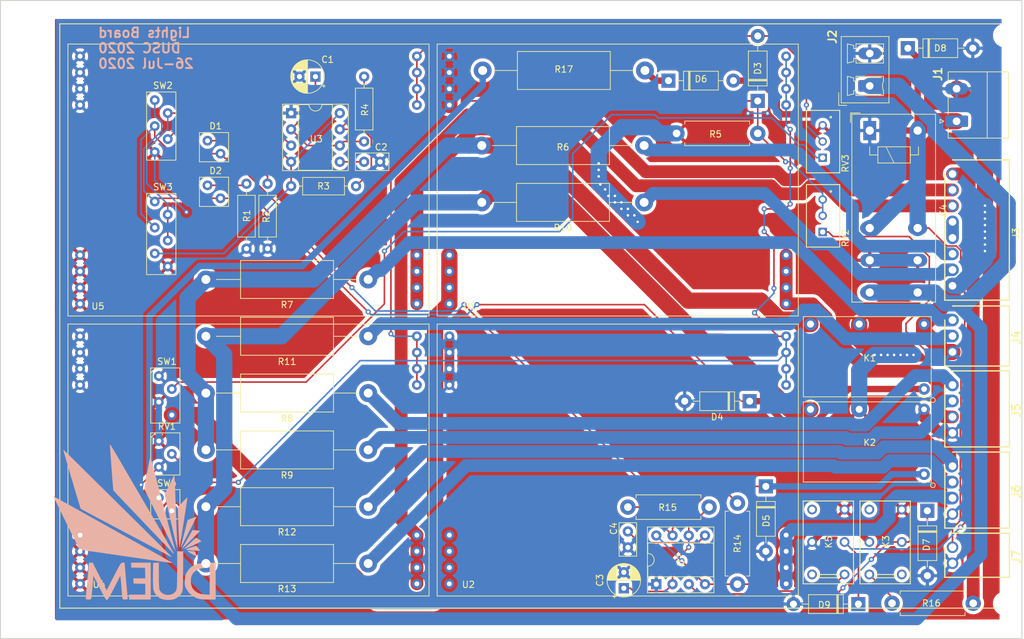
<source format=kicad_pcb>
(kicad_pcb (version 20171130) (host pcbnew "(5.1.4-0-10_14)")
  (layers (0 F.Cu signal) (31 B.Cu signal) (34 B.Paste user) (35 F.Paste user) (36 B.SilkS user) (37 F.SilkS user) (38 B.Mask user) (39 F.Mask user) (44 Edge.Cuts user))
  (net 0 "")
  (net 1 GND)
  (net 2 /trigger)
  (net 3 "Net-(C2-Pad1)")
  (net 4 "Net-(C3-Pad1)")
  (net 5 "Net-(C4-Pad1)")
  (net 6 rightDrive)
  (net 7 "Net-(D1-Pad1)")
  (net 8 leftDrive)
  (net 9 "Net-(D2-Pad1)")
  (net 10 brakeDim)
  (net 11 canopyDim)
  (net 12 12_int)
  (net 13 "Net-(D6-Pad1)")
  (net 14 "Net-(D7-Pad1)")
  (net 15 12_aux)
  (net 16 rightIndRear)
  (net 17 greenLight)
  (net 18 canopyBrake)
  (net 19 leftIndRear)
  (net 20 leftIndSide)
  (net 21 rightIndSide)
  (net 22 leftIndFrontA)
  (net 23 leftIndFrontB)
  (net 24 headlightDS)
  (net 25 rightIndFrontA)
  (net 26 rightIndFrontB)
  (net 27 headlightBS)
  (net 28 brakePedal)
  (net 29 +12V)
  (net 30 leftOut)
  (net 31 rightOut)
  (net 32 "Net-(K3-Pad1)")
  (net 33 "Net-(K5-Pad1)")
  (net 34 "Net-(MK1-Pad1)")
  (net 35 "Net-(MK2-Pad1)")
  (net 36 "Net-(MK3-Pad1)")
  (net 37 "Net-(MK4-Pad1)")
  (net 38 /discharge)
  (net 39 ind_12V)
  (net 40 "Net-(R14-Pad2)")
  (net 41 "Net-(K3-Pad10)")
  (net 42 aux_chg_com)
  (net 43 headLightLevel)
  (net 44 rearLightOn)
  (net 45 headLightPower)
  (net 46 flashSignal)
  (net 47 "Net-(K5-Pad10)")
  (net 48 brakeLightDS+)
  (net 49 brakeLightBS+)
  (module duem-footprints:const_current_board_v1 (layer F.Cu) (at 142.24 55.88)
    (fp_text reference U1 (at 3.175 39.116) (layer F.SilkS))
    (fp_text value const_current)
    (pad 3 thru_hole circle (at 52.705 38.735) (size 1.524 1.524) (drill 0.762) (layers *.Cu *.Mask) (net 24 headlightDS))
    (pad 3 thru_hole circle (at 52.705 36.195) (size 1.524 1.524) (drill 0.762) (layers *.Cu *.Mask) (net 24 headlightDS))
    (pad 3 thru_hole circle (at 52.705 33.655) (size 1.524 1.524) (drill 0.762) (layers *.Cu *.Mask) (net 24 headlightDS))
    (pad 3 thru_hole circle (at 52.705 31.115) (size 1.524 1.524) (drill 0.762) (layers *.Cu *.Mask) (net 24 headlightDS))
    (pad 1 thru_hole circle (at 0 38.735) (size 1.524 1.524) (drill 0.762) (layers *.Cu *.Mask) (net 45 headLightPower))
    (pad 1 thru_hole circle (at 0 36.195) (size 1.524 1.524) (drill 0.762) (layers *.Cu *.Mask) (net 45 headLightPower))
    (pad 1 thru_hole circle (at 0 33.655) (size 1.524 1.524) (drill 0.762) (layers *.Cu *.Mask) (net 45 headLightPower))
    (pad 1 thru_hole circle (at 0 31.115) (size 1.524 1.524) (drill 0.762) (layers *.Cu *.Mask) (net 45 headLightPower))
    (pad 2 thru_hole circle (at 52.705 7.62) (size 1.524 1.524) (drill 0.762) (layers *.Cu *.Mask) (net 43 headLightLevel))
    (pad 2 thru_hole circle (at 52.705 5.08) (size 1.524 1.524) (drill 0.762) (layers *.Cu *.Mask) (net 43 headLightLevel))
    (pad 2 thru_hole circle (at 52.705 2.54) (size 1.524 1.524) (drill 0.762) (layers *.Cu *.Mask) (net 43 headLightLevel))
    (pad 2 thru_hole circle (at 52.705 0) (size 1.524 1.524) (drill 0.762) (layers *.Cu *.Mask) (net 43 headLightLevel))
    (pad 4 thru_hole circle (at 0 7.62) (size 1.524 1.524) (drill 0.762) (layers *.Cu *.Mask) (net 1 GND))
    (pad 4 thru_hole circle (at 0 5.08) (size 1.524 1.524) (drill 0.762) (layers *.Cu *.Mask) (net 1 GND))
    (pad 4 thru_hole circle (at 0 2.54) (size 1.524 1.524) (drill 0.762) (layers *.Cu *.Mask) (net 1 GND))
    (pad 4 thru_hole circle (at 0 0) (size 1.524 1.524) (drill 0.762) (layers *.Cu *.Mask) (net 1 GND))
  )
  (module duem-footprints:const_current_board_v1 (layer F.Cu) (at 84.455 55.88)
    (fp_text reference U5 (at 2.794 39.116) (layer F.SilkS))
    (fp_text value const_current)
    (pad 3 thru_hole circle (at 52.705 38.735) (size 1.524 1.524) (drill 0.762) (layers *.Cu *.Mask) (net 48 brakeLightDS+))
    (pad 3 thru_hole circle (at 52.705 36.195) (size 1.524 1.524) (drill 0.762) (layers *.Cu *.Mask) (net 48 brakeLightDS+))
    (pad 3 thru_hole circle (at 52.705 33.655) (size 1.524 1.524) (drill 0.762) (layers *.Cu *.Mask) (net 48 brakeLightDS+))
    (pad 3 thru_hole circle (at 52.705 31.115) (size 1.524 1.524) (drill 0.762) (layers *.Cu *.Mask) (net 48 brakeLightDS+))
    (pad 1 thru_hole circle (at 0 38.735) (size 1.524 1.524) (drill 0.762) (layers *.Cu *.Mask) (net 29 +12V))
    (pad 1 thru_hole circle (at 0 36.195) (size 1.524 1.524) (drill 0.762) (layers *.Cu *.Mask) (net 29 +12V))
    (pad 1 thru_hole circle (at 0 33.655) (size 1.524 1.524) (drill 0.762) (layers *.Cu *.Mask) (net 29 +12V))
    (pad 1 thru_hole circle (at 0 31.115) (size 1.524 1.524) (drill 0.762) (layers *.Cu *.Mask) (net 29 +12V))
    (pad 2 thru_hole circle (at 52.705 7.62) (size 1.524 1.524) (drill 0.762) (layers *.Cu *.Mask) (net 10 brakeDim))
    (pad 2 thru_hole circle (at 52.705 5.08) (size 1.524 1.524) (drill 0.762) (layers *.Cu *.Mask) (net 10 brakeDim))
    (pad 2 thru_hole circle (at 52.705 2.54) (size 1.524 1.524) (drill 0.762) (layers *.Cu *.Mask) (net 10 brakeDim))
    (pad 2 thru_hole circle (at 52.705 0) (size 1.524 1.524) (drill 0.762) (layers *.Cu *.Mask) (net 10 brakeDim))
    (pad 4 thru_hole circle (at 0 7.62) (size 1.524 1.524) (drill 0.762) (layers *.Cu *.Mask) (net 1 GND))
    (pad 4 thru_hole circle (at 0 5.08) (size 1.524 1.524) (drill 0.762) (layers *.Cu *.Mask) (net 1 GND))
    (pad 4 thru_hole circle (at 0 2.54) (size 1.524 1.524) (drill 0.762) (layers *.Cu *.Mask) (net 1 GND))
    (pad 4 thru_hole circle (at 0 0) (size 1.524 1.524) (drill 0.762) (layers *.Cu *.Mask) (net 1 GND))
  )
  (module duem-footprints:duem_logo (layer B.Cu) (at 92.964 128.778 180)
    (fp_text reference G*** hide)
    (fp_text value LOGO hide)
  )
  (module Connector_Phoenix_MC_HighVoltage:PhoenixContact_MC_1,5_2-G-5.08_1x02_P5.08mm_Horizontal (layer F.Cu) (at 221.615 66.04 90)
    (fp_text reference J1 (at 7.366 -2.921 90) (layer F.SilkS) (effects (font (size 1.27 1.27) (thickness 0.254))))
    (fp_text value Conn_01x02 hide)
    (pad 2 thru_hole oval (at 5.08 0 90) (size 1.8 3.6) (drill 1.2) (layers *.Cu *.Mask) (net 1 GND))
    (pad 1 thru_hole roundrect (at 0 0 90) (size 1.8 3.6) (drill 1.2) (layers *.Cu *.Mask) (roundrect_rratio 0.138889) (net 12 12_int))
  )
  (module Connector_Phoenix_MC_HighVoltage:PhoenixContact_MCV_1,5_2-G-5.08_1x02_P5.08mm_Vertical (layer F.Cu) (at 208.026 60.5155 90)
    (fp_text reference J2 (at 7.6835 -5.842 90) (layer F.SilkS) (effects (font (size 1.27 1.27) (thickness 0.254))))
    (fp_text value Conn_01x02 hide)
    (pad 2 thru_hole oval (at 5.08 0 90) (size 1.8 3.6) (drill 1.2) (layers *.Cu *.Mask) (net 1 GND))
    (pad 1 thru_hole roundrect (at 0 0 90) (size 1.8 3.6) (drill 1.2) (layers *.Cu *.Mask) (roundrect_rratio 0.138889) (net 15 12_aux))
  )
  (module duem-footprints:trim_pot_3296W (layer F.Cu) (at 200.66 71.755 90)
    (fp_text reference RV3 (at -0.889 3.556 90) (layer F.SilkS))
    (fp_text value R_POT)
    (pad 3 thru_hole rect (at 0 0 90) (size 1.3208 1.3208) (drill 0.8128) (layers *.Cu *.Mask) (net 44 rearLightOn))
    (pad 2 thru_hole circle (at 2.54 0 90) (size 1.3208 1.3208) (drill 0.8128) (layers *.Cu *.Mask) (net 10 brakeDim))
    (pad 1 thru_hole circle (at 5.08 0 90) (size 1.3208 1.3208) (drill 0.8128) (layers *.Cu *.Mask) (net 29 +12V))
  )
  (module Relay_THT:Relay_SPDT_Schrack-RT1-16A-FormC_RM5mm (layer F.Cu) (at 208.026 67.5005 270)
    (fp_text reference K4 (at 12.5 -11.5 90) (layer F.SilkS))
    (fp_text value RT314A12)
    (pad 14 thru_hole oval (at 25.34 0 90) (size 2 3) (drill 1.3) (layers *.Cu *.Mask) (net 15 12_aux))
    (pad 11 thru_hole oval (at 20.3 -7.5 90) (size 2 3) (drill 1.3) (layers *.Cu *.Mask) (net 29 +12V))
    (pad 12 thru_hole oval (at 15.26 0 90) (size 2 3) (drill 1.3) (layers *.Cu *.Mask) (net 12 12_int))
    (pad 12 thru_hole oval (at 15.26 -7.5 90) (size 2 3) (drill 1.3) (layers *.Cu *.Mask) (net 12 12_int))
    (pad 14 thru_hole oval (at 25.34 -7.5 90) (size 2 3) (drill 1.3) (layers *.Cu *.Mask) (net 15 12_aux))
    (pad 11 thru_hole oval (at 20.3 0 90) (size 2 3) (drill 1.3) (layers *.Cu *.Mask) (net 29 +12V))
    (pad A2 thru_hole oval (at 0 -7.5 90) (size 3 2) (drill 1.3) (layers *.Cu *.Mask) (net 12 12_int))
    (pad A1 thru_hole rect (at 0 0 90) (size 3 2) (drill 1.3) (layers *.Cu *.Mask) (net 1 GND))
  )
  (module duem-footprints:V23026-mono (layer F.Cu) (at 201.549 131.8895 90)
    (fp_text reference K5 (at 0 0.0635 270) (layer F.SilkS))
    (fp_text value V23026-DUEM)
    (pad 10 thru_hole circle (at -5.08 -2.54 90) (size 1.524 1.524) (drill 0.95) (layers *.Cu *.Mask) (net 47 "Net-(K5-Pad10)"))
    (pad 8 thru_hole circle (at 0 -2.54 90) (size 1.524 1.524) (drill 0.95) (layers *.Cu *.Mask) (net 1 GND))
    (pad 6 thru_hole circle (at 5.08 -2.54 90) (size 1.524 1.524) (drill 0.95) (layers *.Cu *.Mask))
    (pad 5 thru_hole circle (at 5.08 2.54 90) (size 1.524 1.524) (drill 0.95) (layers *.Cu *.Mask) (net 29 +12V))
    (pad 3 thru_hole circle (at 0 2.54 90) (size 1.524 1.524) (drill 0.95) (layers *.Cu *.Mask) (net 12 12_int))
    (pad 1 thru_hole circle (at -5.08 2.54 90) (size 1.524 1.524) (drill 0.95) (layers *.Cu *.Mask) (net 33 "Net-(K5-Pad1)"))
  )
  (module duem-footprints:trim_pot_3296W (layer F.Cu) (at 200.66 83.3755 90)
    (fp_text reference RV2 (at -0.9525 3.556 90) (layer F.SilkS))
    (fp_text value R_POT)
    (pad 3 thru_hole rect (at 0 0 90) (size 1.3208 1.3208) (drill 0.8128) (layers *.Cu *.Mask) (net 28 brakePedal))
    (pad 2 thru_hole circle (at 2.54 0 90) (size 1.3208 1.3208) (drill 0.8128) (layers *.Cu *.Mask) (net 11 canopyDim))
    (pad 1 thru_hole circle (at 5.08 0 90) (size 1.3208 1.3208) (drill 0.8128) (layers *.Cu *.Mask) (net 11 canopyDim))
  )
  (module duem-footprints:V23026-mono (layer F.Cu) (at 210.5025 131.8895 90)
    (fp_text reference K3 (at 0.0635 0.0635 270) (layer F.SilkS))
    (fp_text value V23026-DUEM)
    (pad 10 thru_hole circle (at -5.08 -2.54 90) (size 1.524 1.524) (drill 0.95) (layers *.Cu *.Mask) (net 41 "Net-(K3-Pad10)"))
    (pad 8 thru_hole circle (at 0 -2.54 90) (size 1.524 1.524) (drill 0.95) (layers *.Cu *.Mask) (net 1 GND))
    (pad 6 thru_hole circle (at 5.08 -2.54 90) (size 1.524 1.524) (drill 0.95) (layers *.Cu *.Mask))
    (pad 5 thru_hole circle (at 5.08 2.54 90) (size 1.524 1.524) (drill 0.95) (layers *.Cu *.Mask) (net 29 +12V))
    (pad 3 thru_hole circle (at 0 2.54 90) (size 1.524 1.524) (drill 0.95) (layers *.Cu *.Mask) (net 14 "Net-(D7-Pad1)"))
    (pad 1 thru_hole circle (at -5.08 2.54 90) (size 1.524 1.524) (drill 0.95) (layers *.Cu *.Mask) (net 32 "Net-(K3-Pad1)"))
  )
  (module Package_DIP:DIP-8_W7.62mm_Socket (layer F.Cu) (at 174.625 138.4935 90)
    (fp_text reference U7 (at 3.81 3.81 90) (layer F.SilkS))
    (fp_text value NE555)
    (pad 8 thru_hole oval (at 7.62 0 90) (size 1.6 1.6) (drill 0.8) (layers *.Cu *.Mask) (net 33 "Net-(K5-Pad1)"))
    (pad 4 thru_hole oval (at 0 7.62 90) (size 1.6 1.6) (drill 0.8) (layers *.Cu *.Mask) (net 33 "Net-(K5-Pad1)"))
    (pad 7 thru_hole oval (at 7.62 2.54 90) (size 1.6 1.6) (drill 0.8) (layers *.Cu *.Mask) (net 40 "Net-(R14-Pad2)"))
    (pad 3 thru_hole oval (at 0 5.08 90) (size 1.6 1.6) (drill 0.8) (layers *.Cu *.Mask) (net 14 "Net-(D7-Pad1)"))
    (pad 6 thru_hole oval (at 7.62 5.08 90) (size 1.6 1.6) (drill 0.8) (layers *.Cu *.Mask) (net 4 "Net-(C3-Pad1)"))
    (pad 2 thru_hole oval (at 0 2.54 90) (size 1.6 1.6) (drill 0.8) (layers *.Cu *.Mask) (net 4 "Net-(C3-Pad1)"))
    (pad 5 thru_hole oval (at 7.62 7.62 90) (size 1.6 1.6) (drill 0.8) (layers *.Cu *.Mask) (net 5 "Net-(C4-Pad1)"))
    (pad 1 thru_hole rect (at 0 0 90) (size 1.6 1.6) (drill 0.8) (layers *.Cu *.Mask) (net 1 GND))
  )
  (module duem-footprints:const_current_board_v1 (layer F.Cu) (at 84.455 99.695)
    (fp_text reference U4 (at 2.9845 38.862) (layer F.SilkS))
    (fp_text value const_current)
    (pad 3 thru_hole circle (at 52.705 38.735) (size 1.524 1.524) (drill 0.762) (layers *.Cu *.Mask) (net 18 canopyBrake))
    (pad 3 thru_hole circle (at 52.705 36.195) (size 1.524 1.524) (drill 0.762) (layers *.Cu *.Mask) (net 18 canopyBrake))
    (pad 3 thru_hole circle (at 52.705 33.655) (size 1.524 1.524) (drill 0.762) (layers *.Cu *.Mask) (net 18 canopyBrake))
    (pad 3 thru_hole circle (at 52.705 31.115) (size 1.524 1.524) (drill 0.762) (layers *.Cu *.Mask) (net 18 canopyBrake))
    (pad 1 thru_hole circle (at 0 38.735) (size 1.524 1.524) (drill 0.762) (layers *.Cu *.Mask) (net 29 +12V))
    (pad 1 thru_hole circle (at 0 36.195) (size 1.524 1.524) (drill 0.762) (layers *.Cu *.Mask) (net 29 +12V))
    (pad 1 thru_hole circle (at 0 33.655) (size 1.524 1.524) (drill 0.762) (layers *.Cu *.Mask) (net 29 +12V))
    (pad 1 thru_hole circle (at 0 31.115) (size 1.524 1.524) (drill 0.762) (layers *.Cu *.Mask) (net 29 +12V))
    (pad 2 thru_hole circle (at 52.705 7.62) (size 1.524 1.524) (drill 0.762) (layers *.Cu *.Mask) (net 11 canopyDim))
    (pad 2 thru_hole circle (at 52.705 5.08) (size 1.524 1.524) (drill 0.762) (layers *.Cu *.Mask) (net 11 canopyDim))
    (pad 2 thru_hole circle (at 52.705 2.54) (size 1.524 1.524) (drill 0.762) (layers *.Cu *.Mask) (net 11 canopyDim))
    (pad 2 thru_hole circle (at 52.705 0) (size 1.524 1.524) (drill 0.762) (layers *.Cu *.Mask) (net 11 canopyDim))
    (pad 4 thru_hole circle (at 0 7.62) (size 1.524 1.524) (drill 0.762) (layers *.Cu *.Mask) (net 1 GND))
    (pad 4 thru_hole circle (at 0 5.08) (size 1.524 1.524) (drill 0.762) (layers *.Cu *.Mask) (net 1 GND))
    (pad 4 thru_hole circle (at 0 2.54) (size 1.524 1.524) (drill 0.762) (layers *.Cu *.Mask) (net 1 GND))
    (pad 4 thru_hole circle (at 0 0) (size 1.524 1.524) (drill 0.762) (layers *.Cu *.Mask) (net 1 GND))
  )
  (module Package_DIP:DIP-8_W7.62mm_Socket (layer F.Cu) (at 117.475 64.77)
    (fp_text reference U3 (at 3.937 4.064) (layer F.SilkS))
    (fp_text value NE555)
    (pad 8 thru_hole oval (at 7.62 0) (size 1.6 1.6) (drill 0.8) (layers *.Cu *.Mask) (net 39 ind_12V))
    (pad 4 thru_hole oval (at 0 7.62) (size 1.6 1.6) (drill 0.8) (layers *.Cu *.Mask) (net 39 ind_12V))
    (pad 7 thru_hole oval (at 7.62 2.54) (size 1.6 1.6) (drill 0.8) (layers *.Cu *.Mask) (net 38 /discharge))
    (pad 3 thru_hole oval (at 0 5.08) (size 1.6 1.6) (drill 0.8) (layers *.Cu *.Mask) (net 46 flashSignal))
    (pad 6 thru_hole oval (at 7.62 5.08) (size 1.6 1.6) (drill 0.8) (layers *.Cu *.Mask) (net 2 /trigger))
    (pad 2 thru_hole oval (at 0 2.54) (size 1.6 1.6) (drill 0.8) (layers *.Cu *.Mask) (net 2 /trigger))
    (pad 5 thru_hole oval (at 7.62 7.62) (size 1.6 1.6) (drill 0.8) (layers *.Cu *.Mask) (net 3 "Net-(C2-Pad1)"))
    (pad 1 thru_hole rect (at 0 0) (size 1.6 1.6) (drill 0.8) (layers *.Cu *.Mask) (net 1 GND))
  )
  (module duem-footprints:const_current_board_v1 (layer F.Cu) (at 142.24 99.695)
    (fp_text reference U2 (at 2.9845 38.862) (layer F.SilkS))
    (fp_text value const_current)
    (pad 3 thru_hole circle (at 52.705 38.735) (size 1.524 1.524) (drill 0.762) (layers *.Cu *.Mask) (net 27 headlightBS))
    (pad 3 thru_hole circle (at 52.705 36.195) (size 1.524 1.524) (drill 0.762) (layers *.Cu *.Mask) (net 27 headlightBS))
    (pad 3 thru_hole circle (at 52.705 33.655) (size 1.524 1.524) (drill 0.762) (layers *.Cu *.Mask) (net 27 headlightBS))
    (pad 3 thru_hole circle (at 52.705 31.115) (size 1.524 1.524) (drill 0.762) (layers *.Cu *.Mask) (net 27 headlightBS))
    (pad 1 thru_hole circle (at 0 38.735) (size 1.524 1.524) (drill 0.762) (layers *.Cu *.Mask) (net 45 headLightPower))
    (pad 1 thru_hole circle (at 0 36.195) (size 1.524 1.524) (drill 0.762) (layers *.Cu *.Mask) (net 45 headLightPower))
    (pad 1 thru_hole circle (at 0 33.655) (size 1.524 1.524) (drill 0.762) (layers *.Cu *.Mask) (net 45 headLightPower))
    (pad 1 thru_hole circle (at 0 31.115) (size 1.524 1.524) (drill 0.762) (layers *.Cu *.Mask) (net 45 headLightPower))
    (pad 2 thru_hole circle (at 52.705 7.62) (size 1.524 1.524) (drill 0.762) (layers *.Cu *.Mask) (net 43 headLightLevel))
    (pad 2 thru_hole circle (at 52.705 5.08) (size 1.524 1.524) (drill 0.762) (layers *.Cu *.Mask) (net 43 headLightLevel))
    (pad 2 thru_hole circle (at 52.705 2.54) (size 1.524 1.524) (drill 0.762) (layers *.Cu *.Mask) (net 43 headLightLevel))
    (pad 2 thru_hole circle (at 52.705 0) (size 1.524 1.524) (drill 0.762) (layers *.Cu *.Mask) (net 43 headLightLevel))
    (pad 4 thru_hole circle (at 0 7.62) (size 1.524 1.524) (drill 0.762) (layers *.Cu *.Mask) (net 1 GND))
    (pad 4 thru_hole circle (at 0 5.08) (size 1.524 1.524) (drill 0.762) (layers *.Cu *.Mask) (net 1 GND))
    (pad 4 thru_hole circle (at 0 2.54) (size 1.524 1.524) (drill 0.762) (layers *.Cu *.Mask) (net 1 GND))
    (pad 4 thru_hole circle (at 0 0) (size 1.524 1.524) (drill 0.762) (layers *.Cu *.Mask) (net 1 GND))
  )
  (module duem-footprints:flywire_2 (layer F.Cu) (at 97.79 127)
    (fp_text reference SW4 (at 0.254 -4.318) (layer F.SilkS))
    (fp_text value SW_SPST)
    (pad 2 thru_hole circle (at 1.016 0) (size 1.524 1.524) (drill 0.762) (layers *.Cu *.Mask) (net 15 12_aux))
    (pad 1 thru_hole circle (at -1.016 -2.032) (size 1.524 1.524) (drill 0.762) (layers *.Cu *.Mask) (net 42 aux_chg_com))
  )
  (module duem-footprints:flywire_6_special_haz (layer F.Cu) (at 97.155 80.645)
    (fp_text reference SW3 (at 0.254 -4.318) (layer F.SilkS))
    (fp_text value SW_Haz)
    (pad 8 thru_hole circle (at 1.016 8.128) (size 1.524 1.524) (drill 0.762) (layers *.Cu *.Mask) (net 29 +12V))
    (pad 7 thru_hole circle (at -1.016 6.096) (size 1.524 1.524) (drill 0.762) (layers *.Cu *.Mask) (net 39 ind_12V))
    (pad 5 thru_hole circle (at 1.016 4.064) (size 1.524 1.524) (drill 0.762) (layers *.Cu *.Mask) (net 46 flashSignal))
    (pad 4 thru_hole circle (at -1.016 2.032) (size 1.524 1.524) (drill 0.762) (layers *.Cu *.Mask) (net 6 rightDrive))
    (pad 2 thru_hole circle (at 1.016 0) (size 1.524 1.524) (drill 0.762) (layers *.Cu *.Mask) (net 46 flashSignal))
    (pad 1 thru_hole circle (at -1.016 -2.032) (size 1.524 1.524) (drill 0.762) (layers *.Cu *.Mask) (net 8 leftDrive))
  )
  (module duem-footprints:flywire_5 (layer F.Cu) (at 97.155 64.77)
    (fp_text reference SW2 (at 0.254 -4.318) (layer F.SilkS))
    (fp_text value SW_Ind)
    (pad 5 thru_hole circle (at -1.016 6.096) (size 1.524 1.524) (drill 0.762) (layers *.Cu *.Mask) (net 29 +12V))
    (pad 4 thru_hole circle (at 1.016 4.064) (size 1.524 1.524) (drill 0.762) (layers *.Cu *.Mask) (net 39 ind_12V))
    (pad 3 thru_hole circle (at -1.016 2.032) (size 1.524 1.524) (drill 0.762) (layers *.Cu *.Mask) (net 6 rightDrive))
    (pad 2 thru_hole circle (at 1.016 0) (size 1.524 1.524) (drill 0.762) (layers *.Cu *.Mask) (net 46 flashSignal))
    (pad 1 thru_hole circle (at -1.016 -2.032) (size 1.524 1.524) (drill 0.762) (layers *.Cu *.Mask) (net 8 leftDrive))
  )
  (module duem-footprints:flywire_4 (layer F.Cu) (at 97.79 107.95)
    (fp_text reference SW1 (at 0.254 -4.318) (layer F.SilkS))
    (fp_text value SW_DPST)
    (pad 4 thru_hole circle (at 1.016 4.064) (size 1.524 1.524) (drill 0.762) (layers *.Cu *.Mask) (net 45 headLightPower))
    (pad 3 thru_hole circle (at -1.016 2.032) (size 1.524 1.524) (drill 0.762) (layers *.Cu *.Mask) (net 29 +12V))
    (pad 2 thru_hole circle (at 1.016 0) (size 1.524 1.524) (drill 0.762) (layers *.Cu *.Mask) (net 44 rearLightOn))
    (pad 1 thru_hole circle (at -1.016 -2.032) (size 1.524 1.524) (drill 0.762) (layers *.Cu *.Mask) (net 1 GND))
  )
  (module duem-footprints:flywire_3 (layer F.Cu) (at 97.79 118.11)
    (fp_text reference RV1 (at 0.254 -4.318) (layer F.SilkS))
    (fp_text value R_POT)
    (pad 3 thru_hole circle (at -1.016 2.032) (size 1.524 1.524) (drill 0.762) (layers *.Cu *.Mask) (net 1 GND))
    (pad 2 thru_hole circle (at 1.016 0) (size 1.524 1.524) (drill 0.762) (layers *.Cu *.Mask) (net 43 headLightLevel))
    (pad 1 thru_hole circle (at -1.016 -2.032) (size 1.524 1.524) (drill 0.762) (layers *.Cu *.Mask) (net 29 +12V))
  )
  (module Resistor_THT:R_Axial_DIN0614_L14.3mm_D5.7mm_P25.40mm_Horizontal (layer F.Cu) (at 147.455225 58.1)
    (fp_text reference R17 (at 12.7 -0.188) (layer F.SilkS))
    (fp_text value R)
    (pad 2 thru_hole oval (at 25.4 0) (size 2.8 2.8) (drill 1.4) (layers *.Cu *.Mask) (net 13 "Net-(D6-Pad1)"))
    (pad 1 thru_hole circle (at 0 0) (size 2.8 2.8) (drill 1.4) (layers *.Cu *.Mask) (net 42 aux_chg_com))
  )
  (module Resistor_THT:R_Axial_DIN0411_L9.9mm_D3.6mm_P12.70mm_Horizontal (layer F.Cu) (at 211.5185 141.478)
    (fp_text reference R16 (at 6.1595 0) (layer F.SilkS))
    (fp_text value R)
    (pad 2 thru_hole oval (at 12.7 0) (size 2.4 2.4) (drill 1.2) (layers *.Cu *.Mask) (net 17 greenLight))
    (pad 1 thru_hole circle (at 0 0) (size 2.4 2.4) (drill 1.2) (layers *.Cu *.Mask) (net 41 "Net-(K3-Pad10)"))
  )
  (module Resistor_THT:R_Axial_DIN0411_L9.9mm_D3.6mm_P12.70mm_Horizontal (layer F.Cu) (at 170.18 126.4285)
    (fp_text reference R15 (at 6.223 0.0635) (layer F.SilkS))
    (fp_text value R)
    (pad 2 thru_hole oval (at 12.7 0) (size 2.4 2.4) (drill 1.2) (layers *.Cu *.Mask) (net 4 "Net-(C3-Pad1)"))
    (pad 1 thru_hole circle (at 0 0) (size 2.4 2.4) (drill 1.2) (layers *.Cu *.Mask) (net 40 "Net-(R14-Pad2)"))
  )
  (module Resistor_THT:R_Axial_DIN0411_L9.9mm_D3.6mm_P12.70mm_Horizontal (layer F.Cu) (at 187.325 138.4935 90)
    (fp_text reference R14 (at 6.35 0 90) (layer F.SilkS))
    (fp_text value R)
    (pad 2 thru_hole oval (at 12.7 0 90) (size 2.4 2.4) (drill 1.2) (layers *.Cu *.Mask) (net 40 "Net-(R14-Pad2)"))
    (pad 1 thru_hole circle (at 0 0 90) (size 2.4 2.4) (drill 1.2) (layers *.Cu *.Mask) (net 33 "Net-(K5-Pad1)"))
  )
  (module Resistor_THT:R_Axial_DIN0614_L14.3mm_D5.7mm_P25.40mm_Horizontal (layer F.Cu) (at 129.54 135.255 180)
    (fp_text reference R13 (at 12.7 -3.97) (layer F.SilkS))
    (fp_text value R)
    (pad 2 thru_hole oval (at 25.4 0 180) (size 2.8 2.8) (drill 1.4) (layers *.Cu *.Mask) (net 31 rightOut))
    (pad 1 thru_hole circle (at 0 0 180) (size 2.8 2.8) (drill 1.4) (layers *.Cu *.Mask) (net 26 rightIndFrontB))
  )
  (module Resistor_THT:R_Axial_DIN0614_L14.3mm_D5.7mm_P25.40mm_Horizontal (layer F.Cu) (at 129.54 126.365 180)
    (fp_text reference R12 (at 12.7 -3.97) (layer F.SilkS))
    (fp_text value R)
    (pad 2 thru_hole oval (at 25.4 0 180) (size 2.8 2.8) (drill 1.4) (layers *.Cu *.Mask) (net 31 rightOut))
    (pad 1 thru_hole circle (at 0 0 180) (size 2.8 2.8) (drill 1.4) (layers *.Cu *.Mask) (net 25 rightIndFrontA))
  )
  (module Resistor_THT:R_Axial_DIN0614_L14.3mm_D5.7mm_P25.40mm_Horizontal (layer F.Cu) (at 129.54 99.695 180)
    (fp_text reference R11 (at 12.7 -3.97) (layer F.SilkS))
    (fp_text value R)
    (pad 2 thru_hole oval (at 25.4 0 180) (size 2.8 2.8) (drill 1.4) (layers *.Cu *.Mask) (net 31 rightOut))
    (pad 1 thru_hole circle (at 0 0 180) (size 2.8 2.8) (drill 1.4) (layers *.Cu *.Mask) (net 21 rightIndSide))
  )
  (module Resistor_THT:R_Axial_DIN0614_L14.3mm_D5.7mm_P25.40mm_Horizontal (layer F.Cu) (at 172.72 78.74 180)
    (fp_text reference R10 (at 12.7 -3.97) (layer F.SilkS))
    (fp_text value R)
    (pad 2 thru_hole oval (at 25.4 0 180) (size 2.8 2.8) (drill 1.4) (layers *.Cu *.Mask) (net 31 rightOut))
    (pad 1 thru_hole circle (at 0 0 180) (size 2.8 2.8) (drill 1.4) (layers *.Cu *.Mask) (net 16 rightIndRear))
  )
  (module Resistor_THT:R_Axial_DIN0614_L14.3mm_D5.7mm_P25.40mm_Horizontal (layer F.Cu) (at 129.54 117.475 180)
    (fp_text reference R9 (at 12.7 -3.97) (layer F.SilkS))
    (fp_text value R)
    (pad 2 thru_hole oval (at 25.4 0 180) (size 2.8 2.8) (drill 1.4) (layers *.Cu *.Mask) (net 30 leftOut))
    (pad 1 thru_hole circle (at 0 0 180) (size 2.8 2.8) (drill 1.4) (layers *.Cu *.Mask) (net 23 leftIndFrontB))
  )
  (module Resistor_THT:R_Axial_DIN0614_L14.3mm_D5.7mm_P25.40mm_Horizontal (layer F.Cu) (at 129.54 108.585 180)
    (fp_text reference R8 (at 12.7 -3.97) (layer F.SilkS))
    (fp_text value R)
    (pad 2 thru_hole oval (at 25.4 0 180) (size 2.8 2.8) (drill 1.4) (layers *.Cu *.Mask) (net 30 leftOut))
    (pad 1 thru_hole circle (at 0 0 180) (size 2.8 2.8) (drill 1.4) (layers *.Cu *.Mask) (net 22 leftIndFrontA))
  )
  (module Resistor_THT:R_Axial_DIN0614_L14.3mm_D5.7mm_P25.40mm_Horizontal (layer F.Cu) (at 129.54 90.805 180)
    (fp_text reference R7 (at 12.7 -3.97) (layer F.SilkS))
    (fp_text value R)
    (pad 2 thru_hole oval (at 25.4 0 180) (size 2.8 2.8) (drill 1.4) (layers *.Cu *.Mask) (net 30 leftOut))
    (pad 1 thru_hole circle (at 0 0 180) (size 2.8 2.8) (drill 1.4) (layers *.Cu *.Mask) (net 20 leftIndSide))
  )
  (module Resistor_THT:R_Axial_DIN0614_L14.3mm_D5.7mm_P25.40mm_Horizontal (layer F.Cu) (at 172.72 69.85 180)
    (fp_text reference R6 (at 12.7 -0.254) (layer F.SilkS))
    (fp_text value R)
    (pad 2 thru_hole oval (at 25.4 0 180) (size 2.8 2.8) (drill 1.4) (layers *.Cu *.Mask) (net 30 leftOut))
    (pad 1 thru_hole circle (at 0 0 180) (size 2.8 2.8) (drill 1.4) (layers *.Cu *.Mask) (net 19 leftIndRear))
  )
  (module Resistor_THT:R_Axial_DIN0411_L9.9mm_D3.6mm_P12.70mm_Horizontal (layer F.Cu) (at 177.8 67.945)
    (fp_text reference R5 (at 6.096 0.127) (layer F.SilkS))
    (fp_text value R)
    (pad 2 thru_hole oval (at 12.7 0) (size 2.4 2.4) (drill 1.2) (layers *.Cu *.Mask) (net 11 canopyDim))
    (pad 1 thru_hole circle (at 0 0) (size 2.4 2.4) (drill 1.2) (layers *.Cu *.Mask) (net 29 +12V))
  )
  (module Resistor_THT:R_Axial_DIN0207_L6.3mm_D2.5mm_P10.16mm_Horizontal (layer F.Cu) (at 128.905 59.055 270)
    (fp_text reference R4 (at 5.207 -0.127 90) (layer F.SilkS))
    (fp_text value R)
    (pad 2 thru_hole oval (at 10.16 0 270) (size 1.6 1.6) (drill 0.8) (layers *.Cu *.Mask) (net 2 /trigger))
    (pad 1 thru_hole circle (at 0 0 270) (size 1.6 1.6) (drill 0.8) (layers *.Cu *.Mask) (net 38 /discharge))
  )
  (module Resistor_THT:R_Axial_DIN0207_L6.3mm_D2.5mm_P10.16mm_Horizontal (layer F.Cu) (at 117.475 76.2)
    (fp_text reference R3 (at 5.08 0) (layer F.SilkS))
    (fp_text value R)
    (pad 2 thru_hole oval (at 10.16 0) (size 1.6 1.6) (drill 0.8) (layers *.Cu *.Mask) (net 38 /discharge))
    (pad 1 thru_hole circle (at 0 0) (size 1.6 1.6) (drill 0.8) (layers *.Cu *.Mask) (net 39 ind_12V))
  )
  (module Resistor_THT:R_Axial_DIN0207_L6.3mm_D2.5mm_P10.16mm_Horizontal (layer F.Cu) (at 113.792 85.979 90)
    (fp_text reference R2 (at 5.0165 -0.1905 90) (layer F.SilkS))
    (fp_text value R)
    (pad 2 thru_hole oval (at 10.16 0 90) (size 1.6 1.6) (drill 0.8) (layers *.Cu *.Mask) (net 7 "Net-(D1-Pad1)"))
    (pad 1 thru_hole circle (at 0 0 90) (size 1.6 1.6) (drill 0.8) (layers *.Cu *.Mask) (net 1 GND))
  )
  (module Resistor_THT:R_Axial_DIN0207_L6.3mm_D2.5mm_P10.16mm_Horizontal (layer F.Cu) (at 110.49 85.979 90)
    (fp_text reference R1 (at 5.1435 0.0635 90) (layer F.SilkS))
    (fp_text value R)
    (pad 2 thru_hole oval (at 10.16 0 90) (size 1.6 1.6) (drill 0.8) (layers *.Cu *.Mask) (net 9 "Net-(D2-Pad1)"))
    (pad 1 thru_hole circle (at 0 0 90) (size 1.6 1.6) (drill 0.8) (layers *.Cu *.Mask) (net 1 GND))
  )
  (module duem-footprints:DK_Relay (layer F.Cu) (at 216.535 121.285 180)
    (fp_text reference K2 (at 8.509 4.953) (layer F.SilkS))
    (fp_text value DK)
    (pad 6 thru_hole circle (at 0 0 180) (size 1.8 1.8) (drill 0.9) (layers *.Cu *.Mask) (net 6 rightDrive))
    (pad 1 thru_hole circle (at 0 10.16 180) (size 1.8 1.8) (drill 0.9) (layers *.Cu *.Mask) (net 1 GND))
    (pad 3 thru_hole circle (at 10.16 10.16 180) (size 2 2) (drill 1.1) (layers *.Cu *.Mask) (net 29 +12V))
    (pad 4 thru_hole circle (at 17.78 10.16 180) (size 2 2) (drill 1.1) (layers *.Cu *.Mask) (net 31 rightOut))
  )
  (module duem-footprints:DK_Relay (layer F.Cu) (at 216.535 107.95 180)
    (fp_text reference K1 (at 8.509 4.826) (layer F.SilkS))
    (fp_text value DK)
    (pad 6 thru_hole circle (at 0 0 180) (size 1.8 1.8) (drill 0.9) (layers *.Cu *.Mask) (net 8 leftDrive))
    (pad 1 thru_hole circle (at 0 10.16 180) (size 1.8 1.8) (drill 0.9) (layers *.Cu *.Mask) (net 1 GND))
    (pad 3 thru_hole circle (at 10.16 10.16 180) (size 2 2) (drill 1.1) (layers *.Cu *.Mask) (net 29 +12V))
    (pad 4 thru_hole circle (at 17.78 10.16 180) (size 2 2) (drill 1.1) (layers *.Cu *.Mask) (net 30 leftOut))
  )
  (module duem-footprints:Phoenix_2Way_P2.5mm (layer F.Cu) (at 220.98 132.715 270)
    (fp_text reference J7 (at 1.5 -10 90) (layer F.SilkS) (effects (font (size 1.27 1.27) (thickness 0.254))))
    (fp_text value Conn_01x02 hide)
    (pad 1 thru_hole circle (at 0 0 270) (size 1.8 1.8) (drill 1.2) (layers *.Cu *.Mask) (net 28 brakePedal))
    (pad 2 thru_hole circle (at 2.5 0 270) (size 1.8 1.8) (drill 1.2) (layers *.Cu *.Mask) (net 1 GND))
  )
  (module duem-footprints:Phoenix_4Way_P2.5mm (layer F.Cu) (at 220.98 120.015 270)
    (fp_text reference J6 (at 4 -10 90) (layer F.SilkS) (effects (font (size 1.27 1.27) (thickness 0.254))))
    (fp_text value Conn_01x04 hide)
    (pad 1 thru_hole circle (at 0 0 270) (size 1.8 1.8) (drill 1.2) (layers *.Cu *.Mask) (net 25 rightIndFrontA))
    (pad 2 thru_hole circle (at 2.5 0 270) (size 1.8 1.8) (drill 1.2) (layers *.Cu *.Mask) (net 26 rightIndFrontB))
    (pad 3 thru_hole circle (at 5 0 270) (size 1.8 1.8) (drill 1.2) (layers *.Cu *.Mask) (net 27 headlightBS))
    (pad 4 thru_hole circle (at 7.5 0 270) (size 1.8 1.8) (drill 1.2) (layers *.Cu *.Mask) (net 1 GND))
  )
  (module duem-footprints:Phoenix_4Way_P2.5mm (layer F.Cu) (at 220.98 107.315 270)
    (fp_text reference J5 (at 4 -10 90) (layer F.SilkS) (effects (font (size 1.27 1.27) (thickness 0.254))))
    (fp_text value Conn_01x04 hide)
    (pad 1 thru_hole circle (at 0 0 270) (size 1.8 1.8) (drill 1.2) (layers *.Cu *.Mask) (net 22 leftIndFrontA))
    (pad 2 thru_hole circle (at 2.5 0 270) (size 1.8 1.8) (drill 1.2) (layers *.Cu *.Mask) (net 23 leftIndFrontB))
    (pad 3 thru_hole circle (at 5 0 270) (size 1.8 1.8) (drill 1.2) (layers *.Cu *.Mask) (net 24 headlightDS))
    (pad 4 thru_hole circle (at 7.5 0 270) (size 1.8 1.8) (drill 1.2) (layers *.Cu *.Mask) (net 1 GND))
  )
  (module duem-footprints:Phoenix_3Way_P2.5mm (layer F.Cu) (at 220.98 97.155 270)
    (fp_text reference J4 (at 2.75 -10 90) (layer F.SilkS) (effects (font (size 1.27 1.27) (thickness 0.254))))
    (fp_text value Conn_01x03 hide)
    (pad 1 thru_hole circle (at 0 0 270) (size 1.8 1.8) (drill 1.2) (layers *.Cu *.Mask) (net 20 leftIndSide))
    (pad 2 thru_hole circle (at 2.5 0 270) (size 1.8 1.8) (drill 1.2) (layers *.Cu *.Mask) (net 21 rightIndSide))
    (pad 3 thru_hole circle (at 5 0 270) (size 1.8 1.8) (drill 1.2) (layers *.Cu *.Mask) (net 1 GND))
  )
  (module duem-footprints:Phoenix_8Way_P2.5mm (layer F.Cu) (at 220.98 74.295 270)
    (fp_text reference J3 (at 9.271 -9.906 90) (layer F.SilkS))
    (fp_text value Conn_01x08)
    (pad 8 thru_hole circle (at 17.5 0 270) (size 1.8 1.8) (drill 1.2) (layers *.Cu *.Mask) (net 1 GND))
    (pad 7 thru_hole circle (at 15 0 270) (size 1.8 1.8) (drill 1.2) (layers *.Cu *.Mask) (net 16 rightIndRear))
    (pad 6 thru_hole circle (at 12.5 0 270) (size 1.8 1.8) (drill 1.2) (layers *.Cu *.Mask) (net 19 leftIndRear))
    (pad 1 thru_hole circle (at 0 0 270) (size 1.8 1.8) (drill 1.2) (layers *.Cu *.Mask) (net 17 greenLight))
    (pad 3 thru_hole circle (at 5 0 270) (size 1.8 1.8) (drill 1.2) (layers *.Cu *.Mask) (net 48 brakeLightDS+))
    (pad 2 thru_hole circle (at 2.5 0 270) (size 1.8 1.8) (drill 1.2) (layers *.Cu *.Mask) (net 18 canopyBrake))
    (pad 4 thru_hole circle (at 7.5 0 270) (size 1.8 1.8) (drill 1.2) (layers *.Cu *.Mask) (net 49 brakeLightBS+))
    (pad 5 thru_hole circle (at 10 0 270) (size 1.8 1.8) (drill 1.2) (layers *.Cu *.Mask) (net 49 brakeLightBS+))
  )
  (module Diode_THT:D_DO-41_SOD81_P10.16mm_Horizontal (layer F.Cu) (at 206.248 141.605 180)
    (fp_text reference D9 (at 5.334 -0.127) (layer F.SilkS))
    (fp_text value 1N4001)
    (pad 2 thru_hole oval (at 10.16 0 180) (size 2.2 2.2) (drill 1.1) (layers *.Cu *.Mask) (net 1 GND))
    (pad 1 thru_hole rect (at 0 0 180) (size 2.2 2.2) (drill 1.1) (layers *.Cu *.Mask) (net 12 12_int))
  )
  (module Diode_THT:D_DO-41_SOD81_P10.16mm_Horizontal (layer F.Cu) (at 213.995 54.61)
    (fp_text reference D8 (at 5.08 0) (layer F.SilkS))
    (fp_text value 1N4001)
    (pad 2 thru_hole oval (at 10.16 0) (size 2.2 2.2) (drill 1.1) (layers *.Cu *.Mask) (net 1 GND))
    (pad 1 thru_hole rect (at 0 0) (size 2.2 2.2) (drill 1.1) (layers *.Cu *.Mask) (net 12 12_int))
  )
  (module Diode_THT:D_DO-41_SOD81_P10.16mm_Horizontal (layer F.Cu) (at 217.043 127 270)
    (fp_text reference D7 (at 5.334 0.127 90) (layer F.SilkS))
    (fp_text value 1N4001)
    (pad 2 thru_hole oval (at 10.16 0 270) (size 2.2 2.2) (drill 1.1) (layers *.Cu *.Mask) (net 1 GND))
    (pad 1 thru_hole rect (at 0 0 270) (size 2.2 2.2) (drill 1.1) (layers *.Cu *.Mask) (net 14 "Net-(D7-Pad1)"))
  )
  (module Diode_THT:D_DO-41_SOD81_P10.16mm_Horizontal (layer F.Cu) (at 176.53 59.69)
    (fp_text reference D6 (at 5.08 -0.254) (layer F.SilkS))
    (fp_text value D)
    (pad 2 thru_hole oval (at 10.16 0) (size 2.2 2.2) (drill 1.1) (layers *.Cu *.Mask) (net 12 12_int))
    (pad 1 thru_hole rect (at 0 0) (size 2.2 2.2) (drill 1.1) (layers *.Cu *.Mask) (net 13 "Net-(D6-Pad1)"))
  )
  (module Diode_THT:D_DO-41_SOD81_P10.16mm_Horizontal (layer F.Cu) (at 191.77 123.19 270)
    (fp_text reference D5 (at 5.3975 -0.0635 90) (layer F.SilkS))
    (fp_text value 1N4001)
    (pad 2 thru_hole oval (at 10.16 0 270) (size 2.2 2.2) (drill 1.1) (layers *.Cu *.Mask) (net 1 GND))
    (pad 1 thru_hole rect (at 0 0 270) (size 2.2 2.2) (drill 1.1) (layers *.Cu *.Mask) (net 6 rightDrive))
  )
  (module Diode_THT:D_DO-41_SOD81_P10.16mm_Horizontal (layer F.Cu) (at 189.23 109.855 180)
    (fp_text reference D4 (at 5.08 -2.47) (layer F.SilkS))
    (fp_text value 1N4001)
    (pad 2 thru_hole oval (at 10.16 0 180) (size 2.2 2.2) (drill 1.1) (layers *.Cu *.Mask) (net 1 GND))
    (pad 1 thru_hole rect (at 0 0 180) (size 2.2 2.2) (drill 1.1) (layers *.Cu *.Mask) (net 8 leftDrive))
  )
  (module Diode_THT:D_DO-41_SOD81_P10.16mm_Horizontal (layer F.Cu) (at 190.5 62.865 90)
    (fp_text reference D3 (at 5.08 0 90) (layer F.SilkS))
    (fp_text value 1N4001)
    (pad 2 thru_hole oval (at 10.16 0 90) (size 2.2 2.2) (drill 1.1) (layers *.Cu *.Mask) (net 10 brakeDim))
    (pad 1 thru_hole rect (at 0 0 90) (size 2.2 2.2) (drill 1.1) (layers *.Cu *.Mask) (net 11 canopyDim))
  )
  (module duem-footprints:flywire_2 (layer F.Cu) (at 105.41 78.105)
    (fp_text reference D2 (at 0.254 -4.318) (layer F.SilkS))
    (fp_text value LED)
    (pad 2 thru_hole circle (at 1.016 0) (size 1.524 1.524) (drill 0.762) (layers *.Cu *.Mask) (net 8 leftDrive))
    (pad 1 thru_hole circle (at -1.016 -2.032) (size 1.524 1.524) (drill 0.762) (layers *.Cu *.Mask) (net 9 "Net-(D2-Pad1)"))
  )
  (module duem-footprints:flywire_2 (layer F.Cu) (at 105.41 71.12)
    (fp_text reference D1 (at 0.254 -4.318) (layer F.SilkS))
    (fp_text value LED)
    (pad 2 thru_hole circle (at 1.016 0) (size 1.524 1.524) (drill 0.762) (layers *.Cu *.Mask) (net 6 rightDrive))
    (pad 1 thru_hole circle (at -1.016 -2.032) (size 1.524 1.524) (drill 0.762) (layers *.Cu *.Mask) (net 7 "Net-(D1-Pad1)"))
  )
  (module Capacitor_THT:C_Disc_D5.0mm_W2.5mm_P2.50mm (layer F.Cu) (at 170.18 130.2385 270)
    (fp_text reference C4 (at -0.4445 2.2225 90) (layer F.SilkS))
    (fp_text value C)
    (pad 2 thru_hole circle (at 2.5 0 270) (size 1.6 1.6) (drill 0.8) (layers *.Cu *.Mask) (net 1 GND))
    (pad 1 thru_hole circle (at 0 0 270) (size 1.6 1.6) (drill 0.8) (layers *.Cu *.Mask) (net 5 "Net-(C4-Pad1)"))
  )
  (module Capacitor_THT:CP_Radial_D5.0mm_P2.50mm (layer F.Cu) (at 169.545 139.1285 90)
    (fp_text reference C3 (at 1.25 -3.75 90) (layer F.SilkS))
    (fp_text value C)
    (pad 2 thru_hole circle (at 2.5 0 90) (size 1.6 1.6) (drill 0.8) (layers *.Cu *.Mask) (net 1 GND))
    (pad 1 thru_hole rect (at 0 0 90) (size 1.6 1.6) (drill 0.8) (layers *.Cu *.Mask) (net 4 "Net-(C3-Pad1)"))
  )
  (module Capacitor_THT:C_Disc_D5.0mm_W2.5mm_P2.50mm (layer F.Cu) (at 128.905 72.39)
    (fp_text reference C2 (at 2.667 -2.286) (layer F.SilkS))
    (fp_text value 0.01u)
    (pad 2 thru_hole circle (at 2.5 0) (size 1.6 1.6) (drill 0.8) (layers *.Cu *.Mask) (net 1 GND))
    (pad 1 thru_hole circle (at 0 0) (size 1.6 1.6) (drill 0.8) (layers *.Cu *.Mask) (net 3 "Net-(C2-Pad1)"))
  )
  (module Capacitor_THT:CP_Radial_D5.0mm_P2.50mm (layer F.Cu) (at 121.285 59.055 180)
    (fp_text reference C1 (at -1.905 2.667) (layer F.SilkS))
    (fp_text value 4.7u)
    (pad 2 thru_hole circle (at 2.5 0 180) (size 1.6 1.6) (drill 0.8) (layers *.Cu *.Mask) (net 1 GND))
    (pad 1 thru_hole rect (at 0 0 180) (size 1.6 1.6) (drill 0.8) (layers *.Cu *.Mask) (net 2 /trigger))
  )
  (module Mounting_Holes:MountingHole_2.7mm (layer F.Cu) (at 75.52 141.52)
    (fp_text reference MK3 hide)
    (fp_text value Mounting_Hole_PAD hide)
    (pad 1 np_thru_hole circle (at 0 0) (size 2.7 2.7) (drill 2.7) (layers *.Cu *.Mask) (net 36 "Net-(MK3-Pad1)"))
  )
  (module Mounting_Holes:MountingHole_2.7mm (layer F.Cu) (at 75.52 52.62)
    (fp_text reference MK1 hide)
    (fp_text value Mounting_Hole_PAD hide)
    (pad 1 np_thru_hole circle (at 0 0) (size 2.7 2.7) (drill 2.7) (layers *.Cu *.Mask) (net 34 "Net-(MK1-Pad1)"))
  )
  (module Mounting_Holes:MountingHole_2.7mm (layer F.Cu) (at 229.16 52.62)
    (fp_text reference MK2 hide)
    (fp_text value Mounting_Hole_PAD hide)
    (pad 1 np_thru_hole circle (at 0 0) (size 2.7 2.7) (drill 2.7) (layers *.Cu *.Mask) (net 35 "Net-(MK2-Pad1)"))
  )
  (module Mounting_Holes:MountingHole_2.7mm (layer F.Cu) (at 229.16 141.52)
    (fp_text reference MK4 hide)
    (fp_text value Mounting_Hole_PAD hide)
    (pad 1 np_thru_hole circle (at 0 0) (size 2.7 2.7) (drill 2.7) (layers *.Cu *.Mask) (net 37 "Net-(MK4-Pad1)"))
  )
  (gr_line (start 81.28 142.24) (end 81.28 50.8) (layer F.SilkS) (width 0.15))
  (gr_line (start 228.6 142.24) (end 81.28 142.24) (layer F.SilkS) (width 0.15))
  (gr_line (start 81.28 50.8) (end 228.6 50.8) (layer F.SilkS) (width 0.15))
  (gr_text "Lights Board\nDUSC 2020\n26-Jul 2020" (at 87.122 54.61) (layer B.SilkS) (effects (font (size 1.5 1.5) (thickness 0.3)) (justify right mirror)))
  (gr_line (start 206.502 138.43) (end 206.502 125.476) (layer F.SilkS) (width 0.15))
  (gr_line (start 214.376 138.43) (end 206.502 138.43) (layer F.SilkS) (width 0.15))
  (gr_line (start 214.376 125.476) (end 214.376 138.43) (layer F.SilkS) (width 0.15))
  (gr_line (start 206.502 125.476) (end 214.376 125.476) (layer F.SilkS) (width 0.15))
  (gr_line (start 197.612 138.43) (end 197.612 125.476) (layer F.SilkS) (width 0.15))
  (gr_line (start 205.486 138.43) (end 197.612 138.43) (layer F.SilkS) (width 0.15))
  (gr_line (start 205.486 125.476) (end 205.486 138.43) (layer F.SilkS) (width 0.15))
  (gr_line (start 197.612 125.476) (end 205.486 125.476) (layer F.SilkS) (width 0.15))
  (gr_line (start 231.845 146.995) (end 231.845 47.145) (angle 90) (layer Edge.Cuts) (width 0.15))
  (gr_line (start 71.995 146.995) (end 231.845 146.995) (angle 90) (layer Edge.Cuts) (width 0.15))
  (gr_line (start 231.845 47.145) (end 71.995 47.145) (angle 90) (layer Edge.Cuts) (width 0.15))
  (gr_line (start 71.995 47.145) (end 71.995 146.995) (angle 90) (layer Edge.Cuts) (width 0.15))
  (segment (start 220.98 93.345) (end 216.535 97.79) (width 2.54) (layer F.Cu) (net 1))
  (segment (start 220.98 91.795) (end 220.98 93.345) (width 2.54) (layer F.Cu) (net 1))
  (segment (start 219.707208 102.155) (end 220.98 102.155) (width 2.54) (layer F.Cu) (net 1))
  (segment (start 219.627208 102.155) (end 219.707208 102.155) (width 2.54) (layer F.Cu) (net 1))
  (segment (start 216.535 99.062792) (end 219.627208 102.155) (width 2.54) (layer F.Cu) (net 1))
  (segment (start 216.535 97.79) (end 216.535 99.062792) (width 2.54) (layer F.Cu) (net 1))
  (segment (start 218.952208 114.815) (end 220.98 114.815) (width 1.7) (layer F.Cu) (net 1))
  (segment (start 216.535 112.397792) (end 218.952208 114.815) (width 1.7) (layer F.Cu) (net 1))
  (segment (start 216.535 111.125) (end 216.535 112.397792) (width 1.7) (layer F.Cu) (net 1))
  (via (at 93.98 122.936) (size 0.8) (drill 0.4) (layers F.Cu B.Cu) (net 1))
  (segment (start 96.774 120.142) (end 93.98 122.936) (width 0.25) (layer F.Cu) (net 1))
  (segment (start 226.568 79.756) (end 226.06 79.248) (width 0.25) (layer B.Cu) (net 1))
  (via (at 226.06 79.248) (size 0.8) (drill 0.4) (layers F.Cu B.Cu) (net 1))
  (segment (start 226.568 86.207) (end 226.568 79.756) (width 0.25) (layer B.Cu) (net 1))
  (segment (start 220.98 91.795) (end 226.568 86.207) (width 0.25) (layer B.Cu) (net 1))
  (segment (start 221.615 60.96) (end 226.06 65.405) (width 2.54) (layer F.Cu) (net 1))
  (segment (start 226.06 65.405) (end 226.06 79.248) (width 2.54) (layer F.Cu) (net 1))
  (via (at 226.06 86.36) (size 0.8) (drill 0.4) (layers F.Cu B.Cu) (net 1))
  (segment (start 226.06 86.925685) (end 226.06 86.36) (width 2.54) (layer B.Cu) (net 1))
  (segment (start 226.06 87.722602) (end 226.06 86.925685) (width 2.54) (layer B.Cu) (net 1))
  (segment (start 221.987602 91.795) (end 226.06 87.722602) (width 2.54) (layer B.Cu) (net 1))
  (segment (start 220.98 91.795) (end 221.987602 91.795) (width 2.54) (layer B.Cu) (net 1))
  (segment (start 226.06 86.36) (end 226.06 85.344) (width 2.54) (layer B.Cu) (net 1))
  (segment (start 226.06 80.264) (end 226.06 79.248) (width 2.54) (layer B.Cu) (net 1))
  (via (at 226.06 80.264) (size 0.8) (drill 0.4) (layers F.Cu B.Cu) (net 1))
  (segment (start 226.06 81.28) (end 226.06 80.264) (width 2.54) (layer B.Cu) (net 1))
  (via (at 226.06 81.28) (size 0.8) (drill 0.4) (layers F.Cu B.Cu) (net 1))
  (segment (start 226.06 82.296) (end 226.06 81.28) (width 2.54) (layer B.Cu) (net 1))
  (via (at 226.06 82.296) (size 0.8) (drill 0.4) (layers F.Cu B.Cu) (net 1))
  (segment (start 226.06 83.312) (end 226.06 82.296) (width 2.54) (layer B.Cu) (net 1))
  (via (at 226.06 83.312) (size 0.8) (drill 0.4) (layers F.Cu B.Cu) (net 1))
  (segment (start 226.06 84.328) (end 226.06 83.312) (width 2.54) (layer B.Cu) (net 1))
  (via (at 226.06 84.328) (size 0.8) (drill 0.4) (layers F.Cu B.Cu) (net 1))
  (segment (start 226.06 85.344) (end 226.06 84.328) (width 2.54) (layer B.Cu) (net 1))
  (via (at 226.06 85.344) (size 0.8) (drill 0.4) (layers F.Cu B.Cu) (net 1))
  (segment (start 226.06 79.248) (end 226.06 86.36) (width 2.54) (layer F.Cu) (net 1))
  (segment (start 207.200501 131.127501) (end 207.9625 131.8895) (width 1) (layer F.Cu) (net 1))
  (segment (start 206.121 130.048) (end 207.200501 131.127501) (width 1) (layer F.Cu) (net 1))
  (segment (start 200.8505 130.048) (end 206.121 130.048) (width 1) (layer F.Cu) (net 1))
  (segment (start 199.009 131.8895) (end 200.8505 130.048) (width 1) (layer F.Cu) (net 1))
  (segment (start 142.24 63.5) (end 142.24 55.88) (width 2.54) (layer F.Cu) (net 1))
  (segment (start 142.24 99.695) (end 142.24 107.315) (width 1.524) (layer F.Cu) (net 1))
  (segment (start 121.285 63.5) (end 117.475 67.31) (width 0.25) (layer F.Cu) (net 2))
  (segment (start 121.285 59.055) (end 121.285 63.5) (width 0.25) (layer F.Cu) (net 2))
  (segment (start 120.015 69.85) (end 117.475 67.31) (width 0.25) (layer F.Cu) (net 2))
  (segment (start 125.095 69.85) (end 120.015 69.85) (width 0.25) (layer F.Cu) (net 2))
  (segment (start 125.73 69.215) (end 125.095 69.85) (width 0.25) (layer F.Cu) (net 2))
  (segment (start 128.905 69.215) (end 125.73 69.215) (width 0.25) (layer F.Cu) (net 2))
  (segment (start 125.095 72.39) (end 128.905 72.39) (width 0.25) (layer F.Cu) (net 3))
  (segment (start 179.705 129.6035) (end 179.705 130.8735) (width 0.25) (layer F.Cu) (net 4))
  (segment (start 182.88 126.4285) (end 179.705 129.6035) (width 0.25) (layer F.Cu) (net 4))
  (segment (start 176.365001 139.293499) (end 177.165 138.4935) (width 0.25) (layer F.Cu) (net 4))
  (segment (start 171.085001 139.618501) (end 176.039999 139.618501) (width 0.25) (layer F.Cu) (net 4))
  (segment (start 170.595 139.1285) (end 171.085001 139.618501) (width 0.25) (layer F.Cu) (net 4))
  (segment (start 176.039999 139.618501) (end 176.365001 139.293499) (width 0.25) (layer F.Cu) (net 4))
  (segment (start 169.545 139.1285) (end 170.595 139.1285) (width 0.25) (layer F.Cu) (net 4))
  (via (at 179.705 132.723511) (size 0.8) (drill 0.4) (layers F.Cu B.Cu) (net 4))
  (segment (start 179.696489 132.723511) (end 179.705 132.723511) (width 0.25) (layer F.Cu) (net 4))
  (segment (start 177.165 135.255) (end 179.696489 132.723511) (width 0.25) (layer F.Cu) (net 4))
  (segment (start 177.165 138.4935) (end 177.165 135.255) (width 0.25) (layer F.Cu) (net 4))
  (segment (start 179.705 132.723511) (end 179.705 130.8735) (width 0.25) (layer B.Cu) (net 4))
  (segment (start 171.940001 131.998501) (end 170.979999 131.038499) (width 0.25) (layer F.Cu) (net 5))
  (segment (start 170.979999 131.038499) (end 170.18 130.2385) (width 0.25) (layer F.Cu) (net 5))
  (segment (start 181.119999 131.998501) (end 171.940001 131.998501) (width 0.25) (layer F.Cu) (net 5))
  (segment (start 182.245 130.8735) (end 181.119999 131.998501) (width 0.25) (layer F.Cu) (net 5))
  (segment (start 93.98 80.518) (end 95.377001 81.915001) (width 0.25) (layer B.Cu) (net 6))
  (segment (start 93.98 68.961) (end 93.98 80.518) (width 0.25) (layer B.Cu) (net 6))
  (segment (start 96.139 66.802) (end 93.98 68.961) (width 0.25) (layer B.Cu) (net 6))
  (segment (start 95.377001 81.915001) (end 96.139 82.677) (width 0.25) (layer B.Cu) (net 6))
  (segment (start 98.848238 71.12) (end 105.34837 71.12) (width 0.25) (layer F.Cu) (net 6))
  (segment (start 105.34837 71.12) (end 106.426 71.12) (width 0.25) (layer F.Cu) (net 6))
  (segment (start 96.139 68.410762) (end 98.848238 71.12) (width 0.25) (layer F.Cu) (net 6))
  (segment (start 96.139 66.802) (end 96.139 68.410762) (width 0.25) (layer F.Cu) (net 6))
  (via (at 127 92.075) (size 0.8) (drill 0.4) (layers F.Cu B.Cu) (net 6))
  (segment (start 107.187999 71.881999) (end 106.426 71.12) (width 0.25) (layer F.Cu) (net 6))
  (segment (start 108.218001 71.881999) (end 107.187999 71.881999) (width 0.25) (layer F.Cu) (net 6))
  (segment (start 115.57 79.233998) (end 108.218001 71.881999) (width 0.25) (layer F.Cu) (net 6))
  (segment (start 115.57 80.645) (end 115.57 79.233998) (width 0.25) (layer F.Cu) (net 6))
  (segment (start 127 92.075) (end 115.57 80.645) (width 0.25) (layer F.Cu) (net 6))
  (segment (start 209.541156 123.19) (end 193.87 123.19) (width 1) (layer B.Cu) (net 6))
  (segment (start 216.535 121.285) (end 211.446156 121.285) (width 1) (layer B.Cu) (net 6))
  (segment (start 211.446156 121.285) (end 209.541156 123.19) (width 1) (layer B.Cu) (net 6))
  (segment (start 193.87 123.19) (end 191.77 123.19) (width 1) (layer B.Cu) (net 6))
  (segment (start 191.77 123.19) (end 172.974 123.19) (width 0.25) (layer F.Cu) (net 6))
  (segment (start 172.974 123.19) (end 144.925999 95.141999) (width 0.25) (layer F.Cu) (net 6))
  (segment (start 130.661862 95.736862) (end 143.531138 95.736862) (width 0.25) (layer B.Cu) (net 6))
  (via (at 144.526 94.742) (size 0.8) (drill 0.4) (layers F.Cu B.Cu) (net 6))
  (segment (start 144.925999 95.141999) (end 144.526 94.742) (width 0.25) (layer F.Cu) (net 6))
  (segment (start 143.531138 95.736862) (end 144.126001 95.141999) (width 0.25) (layer B.Cu) (net 6))
  (segment (start 127 92.075) (end 130.661862 95.736862) (width 0.25) (layer B.Cu) (net 6))
  (segment (start 144.126001 95.141999) (end 144.526 94.742) (width 0.25) (layer B.Cu) (net 6))
  (segment (start 105.47163 69.088) (end 104.394 69.088) (width 0.25) (layer F.Cu) (net 7))
  (segment (start 108.19237 69.088) (end 105.47163 69.088) (width 0.25) (layer F.Cu) (net 7))
  (segment (start 113.792 74.68763) (end 108.19237 69.088) (width 0.25) (layer F.Cu) (net 7))
  (segment (start 113.792 75.819) (end 113.792 74.68763) (width 0.25) (layer F.Cu) (net 7))
  (segment (start 204.716014 107.95) (end 216.535 107.95) (width 1) (layer F.Cu) (net 8))
  (segment (start 199.571004 113.09501) (end 204.716014 107.95) (width 1) (layer F.Cu) (net 8))
  (segment (start 191.33 109.855) (end 194.57001 113.09501) (width 1) (layer F.Cu) (net 8))
  (segment (start 194.57001 113.09501) (end 199.571004 113.09501) (width 1) (layer F.Cu) (net 8))
  (segment (start 189.23 109.855) (end 191.33 109.855) (width 1) (layer F.Cu) (net 8))
  (segment (start 97.226001 66.280239) (end 97.226001 67.533827) (width 0.25) (layer B.Cu) (net 8))
  (segment (start 94.430011 76.904011) (end 95.377001 77.851001) (width 0.25) (layer B.Cu) (net 8))
  (segment (start 96.139 62.738) (end 96.139 65.193238) (width 0.25) (layer B.Cu) (net 8))
  (segment (start 96.139 65.193238) (end 97.226001 66.280239) (width 0.25) (layer B.Cu) (net 8))
  (segment (start 97.226001 67.533827) (end 94.430011 70.329816) (width 0.25) (layer B.Cu) (net 8))
  (segment (start 94.430011 70.329816) (end 94.430011 76.904011) (width 0.25) (layer B.Cu) (net 8))
  (segment (start 95.377001 77.851001) (end 96.139 78.613) (width 0.25) (layer B.Cu) (net 8))
  (segment (start 96.647 78.105) (end 96.139 78.613) (width 0.25) (layer F.Cu) (net 8))
  (segment (start 106.426 78.105) (end 96.647 78.105) (width 0.25) (layer F.Cu) (net 8))
  (via (at 129.54 95.885) (size 0.8) (drill 0.4) (layers F.Cu B.Cu) (net 8))
  (segment (start 111.76 78.105) (end 129.54 95.885) (width 0.25) (layer F.Cu) (net 8))
  (segment (start 106.426 78.105) (end 111.76 78.105) (width 0.25) (layer F.Cu) (net 8))
  (segment (start 147.123685 94.742) (end 146.558 94.742) (width 0.25) (layer F.Cu) (net 8))
  (segment (start 172.767 94.742) (end 147.123685 94.742) (width 0.25) (layer F.Cu) (net 8))
  (segment (start 187.88 109.855) (end 172.767 94.742) (width 0.25) (layer F.Cu) (net 8))
  (segment (start 189.23 109.855) (end 187.88 109.855) (width 0.25) (layer F.Cu) (net 8))
  (via (at 146.558 94.742) (size 0.8) (drill 0.4) (layers F.Cu B.Cu) (net 8))
  (segment (start 129.54 95.885) (end 129.939999 96.284999) (width 0.25) (layer B.Cu) (net 8))
  (segment (start 129.939999 96.284999) (end 145.015001 96.284999) (width 0.25) (layer B.Cu) (net 8))
  (segment (start 145.015001 96.284999) (end 146.158001 95.141999) (width 0.25) (layer B.Cu) (net 8))
  (segment (start 146.158001 95.141999) (end 146.558 94.742) (width 0.25) (layer B.Cu) (net 8))
  (segment (start 110.236 76.073) (end 110.49 75.819) (width 0.25) (layer F.Cu) (net 9))
  (segment (start 104.394 76.073) (end 110.236 76.073) (width 0.25) (layer F.Cu) (net 9))
  (segment (start 140.335 52.705) (end 137.16 55.88) (width 0.25) (layer F.Cu) (net 10))
  (segment (start 190.5 52.705) (end 140.335 52.705) (width 0.25) (layer F.Cu) (net 10))
  (segment (start 137.16 55.88) (end 137.16 58.42) (width 0.25) (layer F.Cu) (net 10))
  (segment (start 137.16 58.42) (end 137.16 60.96) (width 0.25) (layer F.Cu) (net 10))
  (segment (start 137.16 60.96) (end 137.16 63.5) (width 0.25) (layer F.Cu) (net 10))
  (segment (start 193.378762 52.705) (end 198.12 57.446238) (width 0.25) (layer F.Cu) (net 10))
  (segment (start 190.5 52.705) (end 193.378762 52.705) (width 0.25) (layer F.Cu) (net 10))
  (via (at 198.12 63.5) (size 0.8) (drill 0.4) (layers F.Cu B.Cu) (net 10))
  (segment (start 198.12 57.446238) (end 198.12 63.5) (width 0.25) (layer F.Cu) (net 10))
  (segment (start 198.12 66.675) (end 200.66 69.215) (width 0.25) (layer B.Cu) (net 10))
  (segment (start 198.12 63.5) (end 198.12 66.675) (width 0.25) (layer B.Cu) (net 10))
  (segment (start 190.5 62.865) (end 190.5 67.945) (width 0.25) (layer F.Cu) (net 11))
  (segment (start 137.16 99.695) (end 137.16 102.235) (width 0.25) (layer F.Cu) (net 11))
  (segment (start 137.16 102.235) (end 137.16 104.775) (width 0.25) (layer F.Cu) (net 11))
  (segment (start 137.16 104.775) (end 137.16 107.315) (width 0.25) (layer F.Cu) (net 11))
  (segment (start 200.66 78.2955) (end 200.66 80.8355) (width 0.25) (layer B.Cu) (net 11))
  (segment (start 195.420675 72.39) (end 194.85499 72.39) (width 0.25) (layer B.Cu) (net 11))
  (segment (start 195.688446 72.39) (end 195.420675 72.39) (width 0.25) (layer B.Cu) (net 11))
  (via (at 194.85499 72.39) (size 0.8) (drill 0.4) (layers F.Cu B.Cu) (net 11))
  (segment (start 190.5 67.945) (end 194.85499 72.29999) (width 0.25) (layer F.Cu) (net 11))
  (segment (start 194.85499 72.29999) (end 194.85499 72.39) (width 0.25) (layer F.Cu) (net 11))
  (segment (start 200.66 78.2955) (end 200.66 77.361554) (width 0.25) (layer B.Cu) (net 11))
  (segment (start 200.66 77.361554) (end 195.688446 72.39) (width 0.25) (layer B.Cu) (net 11))
  (segment (start 137.16 99.695) (end 133.477 99.695) (width 0.25) (layer B.Cu) (net 11))
  (via (at 133.096 99.314) (size 0.8) (drill 0.4) (layers F.Cu B.Cu) (net 11))
  (segment (start 133.477 99.695) (end 133.096 99.314) (width 0.25) (layer B.Cu) (net 11))
  (segment (start 189.15 62.865) (end 190.5 62.865) (width 0.25) (layer F.Cu) (net 11))
  (segment (start 145.471869 62.865) (end 189.15 62.865) (width 0.25) (layer F.Cu) (net 11))
  (segment (start 133.096 75.240869) (end 145.471869 62.865) (width 0.25) (layer F.Cu) (net 11))
  (segment (start 133.096 99.314) (end 133.096 75.240869) (width 0.25) (layer F.Cu) (net 11))
  (segment (start 206.248 134.0485) (end 204.089 131.8895) (width 0.25) (layer F.Cu) (net 12))
  (segment (start 206.248 141.605) (end 206.248 134.0485) (width 0.25) (layer F.Cu) (net 12))
  (segment (start 216.9865 66.04) (end 215.526 67.5005) (width 2.54) (layer F.Cu) (net 12))
  (segment (start 221.615 66.04) (end 216.9865 66.04) (width 2.54) (layer F.Cu) (net 12))
  (segment (start 215.526 75.7605) (end 215.526 75.191) (width 2.54) (layer B.Cu) (net 12))
  (segment (start 208.026 82.7605) (end 208.526 82.7605) (width 2.54) (layer B.Cu) (net 12))
  (segment (start 208.526 82.7605) (end 215.526 75.7605) (width 2.54) (layer B.Cu) (net 12))
  (segment (start 215.526 75.191) (end 215.526 82.7605) (width 2.54) (layer B.Cu) (net 12))
  (segment (start 215.526 67.5005) (end 215.526 75.191) (width 2.54) (layer B.Cu) (net 12))
  (segment (start 215.526 56.141) (end 213.995 54.61) (width 1) (layer F.Cu) (net 12))
  (segment (start 215.526 67.5005) (end 215.526 56.141) (width 1) (layer F.Cu) (net 12))
  (segment (start 213.526 67.5005) (end 215.526 67.5005) (width 1) (layer F.Cu) (net 12))
  (segment (start 210.987501 64.962001) (end 213.526 67.5005) (width 1) (layer F.Cu) (net 12))
  (segment (start 193.482999 62.387997) (end 193.482999 64.201761) (width 1) (layer F.Cu) (net 12))
  (segment (start 190.785002 59.69) (end 193.482999 62.387997) (width 1) (layer F.Cu) (net 12))
  (segment (start 194.243239 64.962001) (end 210.987501 64.962001) (width 1) (layer F.Cu) (net 12))
  (segment (start 193.482999 64.201761) (end 194.243239 64.962001) (width 1) (layer F.Cu) (net 12))
  (segment (start 186.69 59.69) (end 190.785002 59.69) (width 1) (layer F.Cu) (net 12))
  (via (at 222.25 129.54) (size 0.8) (drill 0.4) (layers F.Cu B.Cu) (net 12))
  (segment (start 204.089 131.8895) (end 205.176001 132.976501) (width 0.25) (layer B.Cu) (net 12))
  (segment (start 218.813499 132.976501) (end 222.25 129.54) (width 0.25) (layer B.Cu) (net 12))
  (segment (start 205.176001 132.976501) (end 218.813499 132.976501) (width 0.25) (layer B.Cu) (net 12))
  (segment (start 221.568001 85.569999) (end 220.085499 85.569999) (width 0.25) (layer F.Cu) (net 12))
  (segment (start 220.085499 85.569999) (end 217.276 82.7605) (width 0.25) (layer F.Cu) (net 12))
  (segment (start 222.885 128.905) (end 222.885 88.551971) (width 0.25) (layer F.Cu) (net 12))
  (segment (start 222.264978 86.266976) (end 221.568001 85.569999) (width 0.25) (layer F.Cu) (net 12))
  (segment (start 222.264978 87.931949) (end 222.264978 86.266976) (width 0.25) (layer F.Cu) (net 12))
  (segment (start 217.276 82.7605) (end 215.526 82.7605) (width 0.25) (layer F.Cu) (net 12))
  (segment (start 222.25 129.54) (end 222.885 128.905) (width 0.25) (layer F.Cu) (net 12))
  (segment (start 222.885 88.551971) (end 222.264978 87.931949) (width 0.25) (layer F.Cu) (net 12))
  (segment (start 174.445225 59.69) (end 172.855225 58.1) (width 1) (layer F.Cu) (net 13))
  (segment (start 176.53 59.69) (end 174.445225 59.69) (width 1) (layer F.Cu) (net 13))
  (segment (start 217.043 128.35) (end 217.043 127) (width 0.25) (layer F.Cu) (net 14))
  (segment (start 217.043 128.96663) (end 217.043 128.35) (width 0.25) (layer F.Cu) (net 14))
  (segment (start 214.12013 131.8895) (end 217.043 128.96663) (width 0.25) (layer F.Cu) (net 14))
  (segment (start 213.0425 131.8895) (end 214.12013 131.8895) (width 0.25) (layer F.Cu) (net 14))
  (via (at 203.835 139.065) (size 0.8) (drill 0.4) (layers F.Cu B.Cu) (net 14))
  (segment (start 181.230001 140.018501) (end 202.881499 140.018501) (width 0.25) (layer F.Cu) (net 14))
  (segment (start 202.881499 140.018501) (end 203.835 139.065) (width 0.25) (layer F.Cu) (net 14))
  (segment (start 179.705 138.4935) (end 181.230001 140.018501) (width 0.25) (layer F.Cu) (net 14))
  (via (at 208.28 134.62) (size 0.8) (drill 0.4) (layers F.Cu B.Cu) (net 14))
  (segment (start 203.835 139.065) (end 208.28 134.62) (width 0.25) (layer B.Cu) (net 14))
  (segment (start 211.0105 131.8895) (end 213.0425 131.8895) (width 0.25) (layer F.Cu) (net 14))
  (segment (start 208.28 134.62) (end 211.0105 131.8895) (width 0.25) (layer F.Cu) (net 14))
  (segment (start 215.526 92.8405) (end 208.026 92.8405) (width 2.54) (layer B.Cu) (net 15))
  (segment (start 225.425 98.425) (end 221.488 94.488) (width 2) (layer B.Cu) (net 15))
  (segment (start 98.806 127) (end 98.806 133.769002) (width 2) (layer B.Cu) (net 15))
  (segment (start 225.425 133.878002) (end 225.425 98.425) (width 2) (layer B.Cu) (net 15))
  (segment (start 215.398001 143.905001) (end 225.425 133.878002) (width 2) (layer B.Cu) (net 15))
  (segment (start 108.941999 143.905001) (end 215.398001 143.905001) (width 2) (layer B.Cu) (net 15))
  (segment (start 98.806 133.769002) (end 108.941999 143.905001) (width 2) (layer B.Cu) (net 15))
  (segment (start 208.026 60.5155) (end 212.534121 60.5155) (width 2.54) (layer B.Cu) (net 15))
  (segment (start 218.266011 67.579051) (end 229.616 78.92904) (width 2.54) (layer B.Cu) (net 15))
  (segment (start 212.534121 60.5155) (end 218.266011 66.24739) (width 2.54) (layer B.Cu) (net 15))
  (segment (start 218.266011 66.24739) (end 218.266011 67.579051) (width 2.54) (layer B.Cu) (net 15))
  (segment (start 229.616 78.92904) (end 229.616 88.041562) (width 2.54) (layer B.Cu) (net 15))
  (segment (start 219.845051 94.535011) (end 218.15054 92.8405) (width 2.54) (layer B.Cu) (net 15))
  (segment (start 218.15054 92.8405) (end 215.526 92.8405) (width 2.54) (layer B.Cu) (net 15))
  (segment (start 229.616 88.041562) (end 223.122551 94.535011) (width 2.54) (layer B.Cu) (net 15))
  (segment (start 223.122551 94.535011) (end 219.845051 94.535011) (width 2.54) (layer B.Cu) (net 15))
  (segment (start 172.72 78.74) (end 174.119999 77.340001) (width 2) (layer B.Cu) (net 16))
  (segment (start 174.119999 77.340001) (end 191.576285 77.340001) (width 2) (layer B.Cu) (net 16))
  (segment (start 206.614727 90.00051) (end 219.001698 90.00051) (width 2) (layer B.Cu) (net 16))
  (segment (start 201.850118 85.235901) (end 206.614727 90.00051) (width 2) (layer B.Cu) (net 16))
  (segment (start 199.472185 85.235901) (end 201.850118 85.235901) (width 2) (layer B.Cu) (net 16))
  (segment (start 191.576285 77.340001) (end 199.472185 85.235901) (width 2) (layer B.Cu) (net 16))
  (segment (start 219.001698 90.00051) (end 219.707208 89.295) (width 2) (layer B.Cu) (net 16))
  (segment (start 219.707208 89.295) (end 220.98 89.295) (width 2) (layer B.Cu) (net 16))
  (segment (start 223.589989 75.632197) (end 223.589989 87.383112) (width 2) (layer F.Cu) (net 17))
  (segment (start 220.98 74.295) (end 222.252792 74.295) (width 2) (layer F.Cu) (net 17))
  (segment (start 222.252792 74.295) (end 223.589989 75.632197) (width 2) (layer F.Cu) (net 17))
  (segment (start 223.589989 87.383112) (end 224.2185 88.011623) (width 2) (layer F.Cu) (net 17))
  (segment (start 224.2185 88.011623) (end 224.2185 139.780944) (width 2) (layer F.Cu) (net 17))
  (segment (start 224.2185 139.780944) (end 224.2185 141.478) (width 2) (layer F.Cu) (net 17))
  (segment (start 137.16 130.81) (end 137.16 133.35) (width 2) (layer F.Cu) (net 18))
  (segment (start 137.16 135.89) (end 137.16 133.35) (width 2) (layer F.Cu) (net 18))
  (segment (start 137.16 138.43) (end 137.16 135.89) (width 2) (layer F.Cu) (net 18))
  (segment (start 134.696001 128.346001) (end 134.696001 98.545999) (width 2) (layer F.Cu) (net 18))
  (segment (start 137.16 130.81) (end 134.696001 128.346001) (width 2) (layer F.Cu) (net 18))
  (segment (start 134.696001 98.545999) (end 134.67501 98.525008) (width 2) (layer F.Cu) (net 18))
  (segment (start 164.071986 65.049988) (end 172.961986 73.939988) (width 2) (layer F.Cu) (net 18))
  (segment (start 134.67501 98.525008) (end 134.67501 75.535703) (width 2) (layer F.Cu) (net 18))
  (segment (start 134.67501 75.535703) (end 145.160725 65.049988) (width 2) (layer F.Cu) (net 18))
  (segment (start 172.961986 73.939988) (end 193.491984 73.939988) (width 2) (layer F.Cu) (net 18))
  (segment (start 202.260002 73.990002) (end 205.065 76.795) (width 2) (layer F.Cu) (net 18))
  (segment (start 194.745984 75.193988) (end 196.668016 75.193988) (width 2) (layer F.Cu) (net 18))
  (segment (start 145.160725 65.049988) (end 164.071986 65.049988) (width 2) (layer F.Cu) (net 18))
  (segment (start 196.668016 75.193988) (end 197.872002 73.990002) (width 2) (layer F.Cu) (net 18))
  (segment (start 197.872002 73.990002) (end 202.260002 73.990002) (width 2) (layer F.Cu) (net 18))
  (segment (start 205.065 76.795) (end 219.707208 76.795) (width 2) (layer F.Cu) (net 18))
  (segment (start 219.707208 76.795) (end 220.98 76.795) (width 2) (layer F.Cu) (net 18))
  (segment (start 193.491984 73.939988) (end 194.745984 75.193988) (width 2) (layer F.Cu) (net 18))
  (segment (start 219.707208 86.795) (end 220.98 86.795) (width 2) (layer B.Cu) (net 19))
  (segment (start 207.254707 85.60049) (end 218.512698 85.60049) (width 2) (layer B.Cu) (net 19))
  (segment (start 196.890837 71.064989) (end 205.32599 79.500142) (width 2) (layer B.Cu) (net 19))
  (segment (start 205.32599 79.500142) (end 205.32599 83.671773) (width 2) (layer B.Cu) (net 19))
  (segment (start 205.32599 83.671773) (end 207.254707 85.60049) (width 2) (layer B.Cu) (net 19))
  (segment (start 172.72 69.85) (end 173.412011 70.542011) (width 2) (layer B.Cu) (net 19))
  (segment (start 196.382837 71.064989) (end 196.890837 71.064989) (width 2) (layer B.Cu) (net 19))
  (segment (start 218.512698 85.60049) (end 219.707208 86.795) (width 2) (layer B.Cu) (net 19))
  (segment (start 173.412011 70.542011) (end 195.859859 70.542011) (width 2) (layer B.Cu) (net 19))
  (segment (start 195.859859 70.542011) (end 196.382837 71.064989) (width 2) (layer B.Cu) (net 19))
  (segment (start 219.707208 97.155) (end 220.98 97.155) (width 2) (layer B.Cu) (net 20))
  (segment (start 217.406916 95.589999) (end 218.971917 97.155) (width 2) (layer B.Cu) (net 20))
  (segment (start 206.714999 95.589999) (end 217.406916 95.589999) (width 2) (layer B.Cu) (net 20))
  (segment (start 196.157999 85.032999) (end 206.714999 95.589999) (width 2) (layer B.Cu) (net 20))
  (segment (start 218.971917 97.155) (end 219.707208 97.155) (width 2) (layer B.Cu) (net 20))
  (segment (start 135.915849 85.032999) (end 196.157999 85.032999) (width 2) (layer B.Cu) (net 20))
  (segment (start 131.543847 89.405001) (end 135.915849 85.032999) (width 2) (layer B.Cu) (net 20))
  (segment (start 130.939999 89.405001) (end 131.543847 89.405001) (width 2) (layer B.Cu) (net 20))
  (segment (start 129.54 90.805) (end 130.939999 89.405001) (width 2) (layer B.Cu) (net 20))
  (segment (start 219.286208 100.076) (end 219.707208 99.655) (width 2) (layer B.Cu) (net 21))
  (segment (start 204.216 100.076) (end 219.286208 100.076) (width 2) (layer B.Cu) (net 21))
  (segment (start 131.521002 97.713998) (end 143.516002 97.713998) (width 2) (layer B.Cu) (net 21))
  (segment (start 219.707208 99.655) (end 220.98 99.655) (width 2) (layer B.Cu) (net 21))
  (segment (start 143.516002 97.713998) (end 143.592004 97.79) (width 2) (layer B.Cu) (net 21))
  (segment (start 143.592004 97.79) (end 193.946238 97.79) (width 2) (layer B.Cu) (net 21))
  (segment (start 195.555999 97.732999) (end 197.698999 95.589999) (width 2) (layer B.Cu) (net 21))
  (segment (start 193.946238 97.79) (end 194.003239 97.732999) (width 2) (layer B.Cu) (net 21))
  (segment (start 194.003239 97.732999) (end 195.555999 97.732999) (width 2) (layer B.Cu) (net 21))
  (segment (start 197.698999 95.589999) (end 199.729999 95.589999) (width 2) (layer B.Cu) (net 21))
  (segment (start 199.729999 95.589999) (end 204.216 100.076) (width 2) (layer B.Cu) (net 21))
  (segment (start 129.54 99.695) (end 131.521002 97.713998) (width 2) (layer B.Cu) (net 21))
  (segment (start 207.398112 113.595011) (end 215.143124 105.849999) (width 2) (layer B.Cu) (net 22))
  (segment (start 205.081878 113.325001) (end 205.351888 113.595011) (width 2) (layer B.Cu) (net 22))
  (segment (start 129.54 108.585) (end 134.280001 113.325001) (width 2) (layer B.Cu) (net 22))
  (segment (start 205.351888 113.595011) (end 207.398112 113.595011) (width 2) (layer B.Cu) (net 22))
  (segment (start 134.280001 113.325001) (end 205.081878 113.325001) (width 2) (layer B.Cu) (net 22))
  (segment (start 215.143124 105.849999) (end 219.514999 105.849999) (width 2) (layer B.Cu) (net 22))
  (segment (start 219.514999 105.849999) (end 220.080001 106.415001) (width 2) (layer B.Cu) (net 22))
  (segment (start 220.080001 106.415001) (end 220.98 107.315) (width 2) (layer B.Cu) (net 22))
  (segment (start 218.635001 112.133001) (end 218.635001 110.887207) (width 2) (layer B.Cu) (net 23))
  (segment (start 209.319431 114.784977) (end 215.983025 114.784977) (width 2) (layer B.Cu) (net 23))
  (segment (start 208.309386 115.795022) (end 209.319431 114.784977) (width 2) (layer B.Cu) (net 23))
  (segment (start 131.489988 115.525012) (end 204.170604 115.525012) (width 2) (layer B.Cu) (net 23))
  (segment (start 204.170604 115.525012) (end 204.440614 115.795022) (width 2) (layer B.Cu) (net 23))
  (segment (start 129.54 117.475) (end 131.489988 115.525012) (width 2) (layer B.Cu) (net 23))
  (segment (start 218.635001 110.887207) (end 219.707208 109.815) (width 2) (layer B.Cu) (net 23))
  (segment (start 219.707208 109.815) (end 220.98 109.815) (width 2) (layer B.Cu) (net 23))
  (segment (start 204.440614 115.795022) (end 208.309386 115.795022) (width 2) (layer B.Cu) (net 23))
  (segment (start 215.983025 114.784977) (end 218.635001 112.133001) (width 2) (layer B.Cu) (net 23))
  (segment (start 194.945 94.615) (end 194.945 92.075) (width 2) (layer F.Cu) (net 24))
  (segment (start 194.945 92.075) (end 194.945 89.535) (width 2) (layer F.Cu) (net 24))
  (segment (start 194.945 89.535) (end 194.945 86.995) (width 2) (layer F.Cu) (net 24))
  (segment (start 201.22501 96.766889) (end 199.073121 94.615) (width 2) (layer F.Cu) (net 24))
  (segment (start 201.22501 98.60901) (end 201.22501 96.766889) (width 2) (layer F.Cu) (net 24))
  (segment (start 207.772 105.156) (end 201.22501 98.60901) (width 2) (layer F.Cu) (net 24))
  (segment (start 199.073121 94.615) (end 194.945 94.615) (width 2) (layer F.Cu) (net 24))
  (segment (start 216.849002 105.156) (end 207.772 105.156) (width 2) (layer F.Cu) (net 24))
  (segment (start 218.635001 111.242793) (end 218.635001 106.941999) (width 2) (layer F.Cu) (net 24))
  (segment (start 218.635001 106.941999) (end 216.849002 105.156) (width 2) (layer F.Cu) (net 24))
  (segment (start 219.707208 112.315) (end 218.635001 111.242793) (width 2) (layer F.Cu) (net 24))
  (segment (start 220.98 112.315) (end 219.707208 112.315) (width 2) (layer F.Cu) (net 24))
  (segment (start 209.22066 117.995033) (end 210.230704 116.984989) (width 2) (layer B.Cu) (net 25))
  (segment (start 203.25933 117.725023) (end 203.52934 117.995033) (width 2) (layer B.Cu) (net 25))
  (segment (start 129.54 126.365) (end 138.179977 117.725023) (width 2) (layer B.Cu) (net 25))
  (segment (start 203.52934 117.995033) (end 209.22066 117.995033) (width 2) (layer B.Cu) (net 25))
  (segment (start 210.230704 116.984989) (end 218.454275 116.984989) (width 2) (layer B.Cu) (net 25))
  (segment (start 218.454275 116.984989) (end 220.835011 119.365725) (width 2) (layer B.Cu) (net 25))
  (segment (start 138.179977 117.725023) (end 203.25933 117.725023) (width 2) (layer B.Cu) (net 25))
  (segment (start 220.835011 119.365725) (end 220.835011 120.015) (width 2) (layer B.Cu) (net 25))
  (segment (start 210.131934 120.195044) (end 202.618066 120.195044) (width 2) (layer B.Cu) (net 26))
  (segment (start 202.618066 120.195044) (end 202.348056 119.925034) (width 2) (layer B.Cu) (net 26))
  (segment (start 218.635 121.442792) (end 218.635 120.276999) (width 2) (layer B.Cu) (net 26))
  (segment (start 202.348056 119.925034) (end 144.869968 119.925034) (width 2) (layer B.Cu) (net 26))
  (segment (start 217.543001 119.185) (end 211.141978 119.185) (width 2) (layer B.Cu) (net 26))
  (segment (start 144.869968 119.925034) (end 130.939999 133.855001) (width 2) (layer B.Cu) (net 26))
  (segment (start 220.98 122.515) (end 219.707208 122.515) (width 2) (layer B.Cu) (net 26))
  (segment (start 219.707208 122.515) (end 218.635 121.442792) (width 2) (layer B.Cu) (net 26))
  (segment (start 211.141978 119.185) (end 210.131934 120.195044) (width 2) (layer B.Cu) (net 26))
  (segment (start 130.939999 133.855001) (end 129.54 135.255) (width 2) (layer B.Cu) (net 26))
  (segment (start 218.635 120.276999) (end 217.543001 119.185) (width 2) (layer B.Cu) (net 26))
  (segment (start 219.707208 125.015) (end 220.98 125.015) (width 2) (layer B.Cu) (net 27))
  (segment (start 219.392207 124.699999) (end 219.707208 125.015) (width 2) (layer B.Cu) (net 27))
  (segment (start 212.248239 124.699999) (end 219.392207 124.699999) (width 2) (layer B.Cu) (net 27))
  (segment (start 211.080499 125.867739) (end 212.248239 124.699999) (width 2) (layer B.Cu) (net 27))
  (segment (start 211.080499 128.136501) (end 211.080499 125.867739) (width 2) (layer B.Cu) (net 27))
  (segment (start 209.289501 129.927499) (end 211.080499 128.136501) (width 2) (layer B.Cu) (net 27))
  (segment (start 195.827501 129.927499) (end 209.289501 129.927499) (width 2) (layer B.Cu) (net 27))
  (segment (start 194.945 130.81) (end 195.827501 129.927499) (width 2) (layer B.Cu) (net 27))
  (segment (start 194.945 130.81) (end 194.945 133.35) (width 2) (layer B.Cu) (net 27))
  (segment (start 194.945 133.35) (end 194.945 135.89) (width 2) (layer B.Cu) (net 27))
  (segment (start 194.945 135.89) (end 194.945 138.43) (width 2) (layer B.Cu) (net 27))
  (segment (start 200.934847 83.3755) (end 200.66 83.3755) (width 0.25) (layer F.Cu) (net 28))
  (segment (start 201.5704 83.3755) (end 200.66 83.3755) (width 0.25) (layer F.Cu) (net 28))
  (segment (start 202.28041 84.08551) (end 201.5704 83.3755) (width 0.25) (layer F.Cu) (net 28))
  (segment (start 214.184857 84.08551) (end 202.28041 84.08551) (width 0.25) (layer F.Cu) (net 28))
  (segment (start 221.03451 103.75001) (end 218.558009 103.750009) (width 0.25) (layer F.Cu) (net 28))
  (segment (start 218.558009 103.750009) (end 213.70099 98.89299) (width 0.25) (layer F.Cu) (net 28))
  (segment (start 222.30501 105.02051) (end 221.03451 103.75001) (width 0.25) (layer F.Cu) (net 28))
  (segment (start 222.205001 128.511997) (end 222.205001 112.963846) (width 0.25) (layer F.Cu) (net 28))
  (segment (start 213.70099 97.70301) (end 217.35101 94.05299) (width 0.25) (layer F.Cu) (net 28))
  (segment (start 222.30501 112.863837) (end 222.30501 105.02051) (width 0.25) (layer F.Cu) (net 28))
  (segment (start 217.35101 94.05299) (end 217.35101 87.251663) (width 0.25) (layer F.Cu) (net 28))
  (segment (start 222.205001 112.963846) (end 222.30501 112.863837) (width 0.25) (layer F.Cu) (net 28))
  (segment (start 213.70099 98.89299) (end 213.70099 97.70301) (width 0.25) (layer F.Cu) (net 28))
  (segment (start 220.98 129.736998) (end 222.205001 128.511997) (width 0.25) (layer F.Cu) (net 28))
  (segment (start 217.35101 87.251663) (end 214.184857 84.08551) (width 0.25) (layer F.Cu) (net 28))
  (segment (start 220.98 132.715) (end 220.98 129.736998) (width 0.25) (layer F.Cu) (net 28))
  (segment (start 215.526 87.8005) (end 208.026 87.8005) (width 2) (layer B.Cu) (net 29))
  (segment (start 192.024 64.80699) (end 188.976 64.80699) (width 0.25) (layer B.Cu) (net 29))
  (via (at 188.976 64.80699) (size 0.8) (drill 0.4) (layers F.Cu B.Cu) (net 29))
  (via (at 192.024 64.80699) (size 0.8) (drill 0.4) (layers F.Cu B.Cu) (net 29))
  (via (at 167.132 77.724) (size 0.8) (drill 0.4) (layers F.Cu B.Cu) (net 29))
  (via (at 168.148 77.724) (size 0.8) (drill 0.4) (layers F.Cu B.Cu) (net 29))
  (via (at 168.148 78.74) (size 0.8) (drill 0.4) (layers F.Cu B.Cu) (net 29))
  (via (at 169.164 78.74) (size 0.8) (drill 0.4) (layers F.Cu B.Cu) (net 29))
  (via (at 169.164 79.756) (size 0.8) (drill 0.4) (layers F.Cu B.Cu) (net 29))
  (via (at 170.18 79.756) (size 0.8) (drill 0.4) (layers F.Cu B.Cu) (net 29))
  (via (at 170.18 80.772) (size 0.8) (drill 0.4) (layers F.Cu B.Cu) (net 29))
  (via (at 171.196 80.772) (size 0.8) (drill 0.4) (layers F.Cu B.Cu) (net 29))
  (via (at 171.704 81.788) (size 0.8) (drill 0.4) (layers F.Cu B.Cu) (net 29))
  (segment (start 165.608 75.692) (end 165.862 75.946) (width 2.54) (layer B.Cu) (net 29))
  (segment (start 169.240001 66.979999) (end 165.608 70.612) (width 2.54) (layer B.Cu) (net 29))
  (segment (start 174.097601 66.979999) (end 169.240001 66.979999) (width 2.54) (layer B.Cu) (net 29))
  (segment (start 175.062602 67.945) (end 174.097601 66.979999) (width 2.54) (layer B.Cu) (net 29))
  (segment (start 165.608 70.612) (end 165.608 72.644) (width 2.54) (layer B.Cu) (net 29))
  (segment (start 177.8 67.945) (end 175.062602 67.945) (width 2.54) (layer B.Cu) (net 29))
  (segment (start 166.624 76.708) (end 171.704 81.788) (width 2.54) (layer B.Cu) (net 29))
  (via (at 166.624 76.708) (size 0.8) (drill 0.4) (layers F.Cu B.Cu) (net 29))
  (segment (start 165.862 75.946) (end 166.624 76.708) (width 2.54) (layer B.Cu) (net 29))
  (via (at 165.862 75.946) (size 0.8) (drill 0.4) (layers F.Cu B.Cu) (net 29))
  (segment (start 165.608 74.676) (end 165.608 75.692) (width 2.54) (layer B.Cu) (net 29))
  (via (at 165.608 74.676) (size 0.8) (drill 0.4) (layers F.Cu B.Cu) (net 29))
  (segment (start 165.608 73.66) (end 165.608 74.676) (width 2.54) (layer B.Cu) (net 29))
  (via (at 165.608 73.66) (size 0.8) (drill 0.4) (layers F.Cu B.Cu) (net 29))
  (segment (start 165.608 72.644) (end 165.608 73.66) (width 2.54) (layer B.Cu) (net 29))
  (via (at 165.608 72.644) (size 0.8) (drill 0.4) (layers F.Cu B.Cu) (net 29))
  (segment (start 206.375 97.79) (end 206.375 100.203) (width 2.54) (layer F.Cu) (net 29))
  (segment (start 208.788 102.616) (end 209.804 102.616) (width 2.54) (layer F.Cu) (net 29))
  (via (at 214.884 102.616) (size 0.8) (drill 0.4) (layers F.Cu B.Cu) (net 29))
  (segment (start 206.375 100.203) (end 208.026 101.854) (width 2.54) (layer F.Cu) (net 29))
  (segment (start 213.868 102.616) (end 214.884 102.616) (width 2.54) (layer F.Cu) (net 29))
  (via (at 213.868 102.616) (size 0.8) (drill 0.4) (layers F.Cu B.Cu) (net 29))
  (segment (start 212.852 102.616) (end 213.868 102.616) (width 2.54) (layer F.Cu) (net 29))
  (via (at 212.852 102.616) (size 0.8) (drill 0.4) (layers F.Cu B.Cu) (net 29))
  (segment (start 211.836 102.616) (end 212.852 102.616) (width 2.54) (layer F.Cu) (net 29))
  (via (at 211.836 102.616) (size 0.8) (drill 0.4) (layers F.Cu B.Cu) (net 29))
  (segment (start 210.82 102.616) (end 211.836 102.616) (width 2.54) (layer F.Cu) (net 29))
  (via (at 210.82 102.616) (size 0.8) (drill 0.4) (layers F.Cu B.Cu) (net 29))
  (segment (start 209.804 102.616) (end 210.82 102.616) (width 2.54) (layer F.Cu) (net 29))
  (via (at 209.804 102.616) (size 0.8) (drill 0.4) (layers F.Cu B.Cu) (net 29))
  (segment (start 208.788 102.616) (end 208.788 102.616) (width 2.54) (layer F.Cu) (net 29))
  (via (at 208.788 102.616) (size 0.8) (drill 0.4) (layers F.Cu B.Cu) (net 29))
  (segment (start 208.026 101.854) (end 208.788 102.616) (width 2.54) (layer F.Cu) (net 29))
  (segment (start 214.884 102.616) (end 208.788 102.616) (width 2.54) (layer B.Cu) (net 29))
  (segment (start 208.788 102.616) (end 206.375 105.029) (width 2.54) (layer B.Cu) (net 29))
  (segment (start 206.375 105.029) (end 206.375 111.125) (width 2.54) (layer B.Cu) (net 29))
  (segment (start 96.139 75.311) (end 101.092 80.264) (width 0.25) (layer B.Cu) (net 29))
  (via (at 101.092 80.264) (size 0.8) (drill 0.4) (layers F.Cu B.Cu) (net 29))
  (segment (start 96.139 70.866) (end 96.139 75.311) (width 0.25) (layer B.Cu) (net 29))
  (segment (start 96.774 109.982) (end 96.774 116.078) (width 1) (layer B.Cu) (net 29))
  (segment (start 104.14 108.585) (end 104.14 117.475) (width 2.54) (layer B.Cu) (net 30))
  (segment (start 102.740001 107.185001) (end 104.14 108.585) (width 2.54) (layer B.Cu) (net 30))
  (segment (start 101.269999 93.675001) (end 101.269999 105.714999) (width 2.54) (layer B.Cu) (net 30))
  (segment (start 101.269999 105.714999) (end 102.740001 107.185001) (width 2.54) (layer B.Cu) (net 30))
  (segment (start 104.14 90.805) (end 101.269999 93.675001) (width 2.54) (layer B.Cu) (net 30))
  (segment (start 145.340102 69.85) (end 147.32 69.85) (width 2.54) (layer B.Cu) (net 30))
  (segment (start 104.14 90.805) (end 120.992436 90.805) (width 2.54) (layer B.Cu) (net 30))
  (segment (start 120.992436 90.805) (end 141.947436 69.85) (width 2.54) (layer B.Cu) (net 30))
  (segment (start 141.947436 69.85) (end 145.340102 69.85) (width 2.54) (layer B.Cu) (net 30))
  (segment (start 155.355646 69.85) (end 149.299898 69.85) (width 2.54) (layer F.Cu) (net 30))
  (segment (start 193.921889 97.08501) (end 190.959119 94.12224) (width 2.54) (layer F.Cu) (net 30))
  (segment (start 196.635797 97.08501) (end 193.921889 97.08501) (width 2.54) (layer F.Cu) (net 30))
  (segment (start 149.299898 69.85) (end 147.32 69.85) (width 2.54) (layer F.Cu) (net 30))
  (segment (start 190.959119 94.12224) (end 179.627886 94.12224) (width 2.54) (layer F.Cu) (net 30))
  (segment (start 197.340787 97.79) (end 196.635797 97.08501) (width 2.54) (layer F.Cu) (net 30))
  (segment (start 179.627886 94.12224) (end 155.355646 69.85) (width 2.54) (layer F.Cu) (net 30))
  (segment (start 198.755 97.79) (end 197.340787 97.79) (width 2.54) (layer F.Cu) (net 30))
  (segment (start 104.14 135.255) (end 104.14 126.365) (width 2.54) (layer B.Cu) (net 31))
  (segment (start 107.010001 123.494999) (end 105.539999 124.965001) (width 2.54) (layer B.Cu) (net 31))
  (segment (start 105.539999 124.965001) (end 104.14 126.365) (width 2.54) (layer B.Cu) (net 31))
  (segment (start 107.010001 102.565001) (end 107.010001 123.494999) (width 2.54) (layer B.Cu) (net 31))
  (segment (start 104.14 99.695) (end 107.010001 102.565001) (width 2.54) (layer B.Cu) (net 31))
  (segment (start 115.977396 99.695) (end 136.932396 78.74) (width 2.54) (layer B.Cu) (net 31))
  (segment (start 104.14 99.695) (end 115.977396 99.695) (width 2.54) (layer B.Cu) (net 31))
  (segment (start 145.340102 78.74) (end 147.32 78.74) (width 2.54) (layer B.Cu) (net 31))
  (segment (start 136.932396 78.74) (end 145.340102 78.74) (width 2.54) (layer B.Cu) (net 31))
  (segment (start 198.755 111.125) (end 195.451638 111.125) (width 2.54) (layer F.Cu) (net 31))
  (segment (start 148.719999 77.340001) (end 147.32 78.74) (width 2.54) (layer F.Cu) (net 31))
  (segment (start 195.451638 111.125) (end 184.856649 100.530011) (width 2.54) (layer F.Cu) (net 31))
  (segment (start 184.856649 100.530011) (end 182.160696 100.53001) (width 2.54) (layer F.Cu) (net 31))
  (segment (start 182.160696 100.53001) (end 158.970687 77.340001) (width 2.54) (layer F.Cu) (net 31))
  (segment (start 158.970687 77.340001) (end 148.719999 77.340001) (width 2.54) (layer F.Cu) (net 31))
  (segment (start 182.245 138.4935) (end 187.325 138.4935) (width 0.25) (layer F.Cu) (net 33))
  (segment (start 187.325 138.4935) (end 189.022056 138.4935) (width 0.25) (layer F.Cu) (net 33))
  (segment (start 190.097046 139.56849) (end 201.49001 139.56849) (width 0.25) (layer F.Cu) (net 33))
  (segment (start 189.022056 138.4935) (end 190.097046 139.56849) (width 0.25) (layer F.Cu) (net 33))
  (segment (start 201.49001 139.56849) (end 203.327001 137.731499) (width 0.25) (layer F.Cu) (net 33))
  (segment (start 203.327001 137.731499) (end 204.089 136.9695) (width 0.25) (layer F.Cu) (net 33))
  (segment (start 178.63016 134.87866) (end 178.63016 134.81516) (width 0.25) (layer F.Cu) (net 33))
  (via (at 178.63016 134.81516) (size 0.8) (drill 0.4) (layers F.Cu B.Cu) (net 33))
  (segment (start 182.245 138.4935) (end 178.63016 134.87866) (width 0.25) (layer F.Cu) (net 33))
  (segment (start 174.625 130.8735) (end 178.56666 134.81516) (width 0.25) (layer B.Cu) (net 33))
  (segment (start 178.56666 134.81516) (end 178.63016 134.81516) (width 0.25) (layer B.Cu) (net 33))
  (segment (start 125.095 67.31) (end 128.905 63.5) (width 0.25) (layer F.Cu) (net 38))
  (segment (start 128.905 63.5) (end 128.905 59.055) (width 0.25) (layer F.Cu) (net 38))
  (segment (start 128.665002 67.31) (end 126.22637 67.31) (width 0.25) (layer F.Cu) (net 38))
  (segment (start 126.22637 67.31) (end 125.095 67.31) (width 0.25) (layer F.Cu) (net 38))
  (segment (start 130.030001 68.674999) (end 128.665002 67.31) (width 0.25) (layer F.Cu) (net 38))
  (segment (start 130.030001 73.804999) (end 130.030001 68.674999) (width 0.25) (layer F.Cu) (net 38))
  (segment (start 127.635 76.2) (end 130.030001 73.804999) (width 0.25) (layer F.Cu) (net 38))
  (segment (start 117.475 72.39) (end 117.475 76.2) (width 0.25) (layer F.Cu) (net 39))
  (segment (start 111.125 66.04) (end 117.475 72.39) (width 0.25) (layer F.Cu) (net 39))
  (segment (start 100.965 66.04) (end 111.125 66.04) (width 0.25) (layer F.Cu) (net 39))
  (segment (start 98.171 68.834) (end 100.965 66.04) (width 0.25) (layer F.Cu) (net 39))
  (segment (start 106.934 86.741) (end 117.475 76.2) (width 0.25) (layer B.Cu) (net 39))
  (segment (start 96.139 86.741) (end 106.934 86.741) (width 0.25) (layer B.Cu) (net 39))
  (segment (start 117.475 72.39) (end 125.095 64.77) (width 0.25) (layer B.Cu) (net 39))
  (segment (start 172.72 126.4285) (end 170.18 126.4285) (width 0.25) (layer F.Cu) (net 40))
  (segment (start 177.165 130.8735) (end 172.72 126.4285) (width 0.25) (layer F.Cu) (net 40))
  (segment (start 186.125001 124.593501) (end 187.325 125.7935) (width 0.25) (layer F.Cu) (net 40))
  (segment (start 182.313629 124.593501) (end 186.125001 124.593501) (width 0.25) (layer F.Cu) (net 40))
  (segment (start 177.165 129.74213) (end 182.313629 124.593501) (width 0.25) (layer F.Cu) (net 40))
  (segment (start 177.165 130.8735) (end 177.165 129.74213) (width 0.25) (layer F.Cu) (net 40))
  (segment (start 211.5185 140.5255) (end 211.5185 141.478) (width 0.25) (layer F.Cu) (net 41))
  (segment (start 207.9625 136.9695) (end 211.5185 140.5255) (width 0.25) (layer F.Cu) (net 41))
  (segment (start 96.012001 124.206001) (end 96.774 124.968) (width 1) (layer B.Cu) (net 42))
  (segment (start 95.311999 123.505999) (end 96.012001 124.206001) (width 1) (layer B.Cu) (net 42))
  (segment (start 95.311999 96.524999) (end 95.311999 123.505999) (width 1) (layer B.Cu) (net 42))
  (segment (start 103.131999 88.704999) (end 95.311999 96.524999) (width 1) (layer B.Cu) (net 42))
  (segment (start 119.198763 88.704999) (end 103.131999 88.704999) (width 1) (layer B.Cu) (net 42))
  (segment (start 147.455225 60.448537) (end 119.198763 88.704999) (width 1) (layer B.Cu) (net 42))
  (segment (start 147.455225 58.1) (end 147.455225 60.448537) (width 1) (layer B.Cu) (net 42))
  (segment (start 103.251 122.555) (end 109.22 122.555) (width 0.25) (layer F.Cu) (net 43))
  (via (at 109.22 122.555) (size 0.8) (drill 0.4) (layers F.Cu B.Cu) (net 43))
  (segment (start 98.806 118.11) (end 103.251 122.555) (width 0.25) (layer F.Cu) (net 43))
  (segment (start 194.945 99.695) (end 194.945 102.235) (width 0.25) (layer B.Cu) (net 43))
  (segment (start 194.945 102.235) (end 194.945 104.775) (width 0.25) (layer B.Cu) (net 43))
  (segment (start 194.945 104.775) (end 194.945 107.315) (width 0.25) (layer B.Cu) (net 43))
  (segment (start 109.619999 122.155001) (end 109.22 122.555) (width 0.25) (layer B.Cu) (net 43))
  (segment (start 128.27 103.505) (end 109.619999 122.155001) (width 0.25) (layer B.Cu) (net 43))
  (segment (start 193.675 103.505) (end 128.27 103.505) (width 0.25) (layer B.Cu) (net 43))
  (segment (start 194.945 102.235) (end 193.675 103.505) (width 0.25) (layer B.Cu) (net 43))
  (segment (start 195.58 73.406) (end 195.58 78.994) (width 0.25) (layer B.Cu) (net 43))
  (via (at 195.58 78.994) (size 0.8) (drill 0.4) (layers F.Cu B.Cu) (net 43))
  (segment (start 193.675 99.695) (end 194.945 99.695) (width 0.25) (layer F.Cu) (net 43))
  (segment (start 189.992 96.012) (end 193.675 99.695) (width 0.25) (layer F.Cu) (net 43))
  (via (at 189.992 96.012) (size 0.8) (drill 0.4) (layers F.Cu B.Cu) (net 43))
  (segment (start 193.04 92.202) (end 193.04 92.964) (width 0.25) (layer B.Cu) (net 43))
  (segment (start 193.04 92.964) (end 189.992 96.012) (width 0.25) (layer B.Cu) (net 43))
  (via (at 195.58 73.406) (size 0.8) (drill 0.4) (layers F.Cu B.Cu) (net 43))
  (segment (start 195.58 67.31) (end 195.58 73.406) (width 0.25) (layer F.Cu) (net 43))
  (via (at 193.04 92.202) (size 0.8) (drill 0.4) (layers F.Cu B.Cu) (net 43))
  (segment (start 194.945 66.675) (end 195.58 67.31) (width 0.25) (layer B.Cu) (net 43))
  (segment (start 194.945 63.5) (end 194.945 66.675) (width 0.25) (layer B.Cu) (net 43))
  (via (at 195.58 67.31) (size 0.8) (drill 0.4) (layers F.Cu B.Cu) (net 43))
  (segment (start 193.04 86.36) (end 193.04 92.202) (width 0.25) (layer F.Cu) (net 43))
  (segment (start 193.04 84.836) (end 191.516 83.312) (width 0.25) (layer F.Cu) (net 43))
  (segment (start 193.04 86.36) (end 193.04 84.836) (width 0.25) (layer F.Cu) (net 43))
  (via (at 191.516 83.312) (size 0.8) (drill 0.4) (layers F.Cu B.Cu) (net 43))
  (via (at 191.516 79.756) (size 0.8) (drill 0.4) (layers F.Cu B.Cu) (net 43))
  (segment (start 191.516 83.312) (end 191.516 79.756) (width 0.25) (layer B.Cu) (net 43))
  (segment (start 194.818 79.756) (end 195.58 78.994) (width 0.25) (layer F.Cu) (net 43))
  (segment (start 191.516 79.756) (end 194.818 79.756) (width 0.25) (layer F.Cu) (net 43))
  (segment (start 194.945 63.5) (end 194.945 55.88) (width 0.25) (layer B.Cu) (net 43))
  (segment (start 99.896001 106.859999) (end 99.567999 107.188001) (width 0.25) (layer F.Cu) (net 44))
  (segment (start 99.567999 107.188001) (end 98.806 107.95) (width 0.25) (layer F.Cu) (net 44))
  (segment (start 132.08 94.615) (end 119.835001 106.859999) (width 0.25) (layer F.Cu) (net 44))
  (via (at 132.08 86.36) (size 0.8) (drill 0.4) (layers F.Cu B.Cu) (net 44))
  (segment (start 119.835001 106.859999) (end 99.896001 106.859999) (width 0.25) (layer F.Cu) (net 44))
  (segment (start 132.08 86.36) (end 132.08 94.615) (width 0.25) (layer F.Cu) (net 44))
  (segment (start 174.397288 65.024) (end 167.64 65.024) (width 0.25) (layer B.Cu) (net 44))
  (segment (start 161.544 71.12) (end 161.544 81.28) (width 0.25) (layer B.Cu) (net 44))
  (segment (start 192.728996 65.532) (end 174.905288 65.532) (width 0.25) (layer B.Cu) (net 44))
  (segment (start 132.479999 85.960001) (end 132.08 86.36) (width 0.25) (layer B.Cu) (net 44))
  (segment (start 135.128 83.312) (end 132.479999 85.960001) (width 0.25) (layer B.Cu) (net 44))
  (segment (start 161.544 81.28) (end 159.512 83.312) (width 0.25) (layer B.Cu) (net 44))
  (segment (start 167.64 65.024) (end 161.544 71.12) (width 0.25) (layer B.Cu) (net 44))
  (segment (start 174.905288 65.532) (end 174.397288 65.024) (width 0.25) (layer B.Cu) (net 44))
  (segment (start 196.936976 69.73998) (end 192.728996 65.532) (width 0.25) (layer B.Cu) (net 44))
  (segment (start 199.7496 71.755) (end 197.73458 69.73998) (width 0.25) (layer B.Cu) (net 44))
  (segment (start 159.512 83.312) (end 135.128 83.312) (width 0.25) (layer B.Cu) (net 44))
  (segment (start 200.66 71.755) (end 199.7496 71.755) (width 0.25) (layer B.Cu) (net 44))
  (segment (start 197.73458 69.73998) (end 196.936976 69.73998) (width 0.25) (layer B.Cu) (net 44))
  (segment (start 107.010001 116.972603) (end 131.007398 140.97) (width 2.54) (layer F.Cu) (net 45))
  (segment (start 102.926602 112.014) (end 107.010001 116.097399) (width 2.54) (layer F.Cu) (net 45))
  (segment (start 107.010001 116.097399) (end 107.010001 116.972603) (width 2.54) (layer F.Cu) (net 45))
  (segment (start 98.806 112.014) (end 102.926602 112.014) (width 2.54) (layer F.Cu) (net 45))
  (segment (start 139.7 140.97) (end 142.24 138.43) (width 2.54) (layer F.Cu) (net 45))
  (segment (start 131.007398 140.97) (end 139.7 140.97) (width 2.54) (layer F.Cu) (net 45))
  (segment (start 142.24 138.43) (end 142.24 130.81) (width 2.54) (layer F.Cu) (net 45))
  (segment (start 140.007999 127.500369) (end 140.007999 96.847001) (width 2.54) (layer F.Cu) (net 45))
  (segment (start 141.478001 95.376999) (end 142.24 94.615) (width 2.54) (layer F.Cu) (net 45))
  (segment (start 140.007999 96.847001) (end 141.478001 95.376999) (width 2.54) (layer F.Cu) (net 45))
  (segment (start 142.24 129.73237) (end 140.007999 127.500369) (width 2.54) (layer F.Cu) (net 45))
  (segment (start 142.24 130.81) (end 142.24 129.73237) (width 2.54) (layer F.Cu) (net 45))
  (segment (start 142.24 94.615) (end 142.24 86.995) (width 2.54) (layer F.Cu) (net 45))
  (segment (start 112.395 64.77) (end 98.171 64.77) (width 0.25) (layer F.Cu) (net 46))
  (segment (start 117.475 69.85) (end 112.395 64.77) (width 0.25) (layer F.Cu) (net 46))
  (segment (start 98.171 80.645) (end 98.171 81.72263) (width 0.25) (layer F.Cu) (net 46))
  (segment (start 98.171 81.72263) (end 98.171 84.709) (width 0.25) (layer F.Cu) (net 46))
  (segment (start 98.171 67.225238) (end 94.880022 70.516216) (width 0.25) (layer B.Cu) (net 46))
  (segment (start 98.171 79.56737) (end 98.171 80.645) (width 0.25) (layer B.Cu) (net 46))
  (segment (start 94.880022 75.74526) (end 98.171 79.036238) (width 0.25) (layer B.Cu) (net 46))
  (segment (start 98.171 64.77) (end 98.171 67.225238) (width 0.25) (layer B.Cu) (net 46))
  (segment (start 94.880022 70.516216) (end 94.880022 75.74526) (width 0.25) (layer B.Cu) (net 46))
  (segment (start 98.171 79.036238) (end 98.171 79.56737) (width 0.25) (layer B.Cu) (net 46))
  (segment (start 137.16 86.995) (end 137.16 89.535) (width 2) (layer F.Cu) (net 48))
  (segment (start 137.16 94.615) (end 137.16 92.075) (width 2) (layer F.Cu) (net 48))
  (segment (start 137.16 92.075) (end 137.16 89.535) (width 2) (layer F.Cu) (net 48))
  (segment (start 162.581999 67.249999) (end 146.071999 67.249999) (width 2) (layer F.Cu) (net 48))
  (segment (start 193.83471 77.393999) (end 192.58071 76.139999) (width 2) (layer F.Cu) (net 48))
  (segment (start 197.57929 77.393999) (end 193.83471 77.393999) (width 2) (layer F.Cu) (net 48))
  (segment (start 198.783276 76.190013) (end 197.57929 77.393999) (width 2) (layer F.Cu) (net 48))
  (segment (start 220.98 79.295) (end 204.412878 79.295) (width 2) (layer F.Cu) (net 48))
  (segment (start 146.071999 67.249999) (end 137.16 76.161998) (width 2) (layer F.Cu) (net 48))
  (segment (start 204.412878 79.295) (end 201.307891 76.190013) (width 2) (layer F.Cu) (net 48))
  (segment (start 192.58071 76.139999) (end 171.471999 76.139999) (width 2) (layer F.Cu) (net 48))
  (segment (start 201.307891 76.190013) (end 198.783276 76.190013) (width 2) (layer F.Cu) (net 48))
  (segment (start 171.471999 76.139999) (end 162.581999 67.249999) (width 2) (layer F.Cu) (net 48))
  (segment (start 137.16 76.161998) (end 137.16 85.91737) (width 2) (layer F.Cu) (net 48))
  (segment (start 137.16 85.91737) (end 137.16 86.995) (width 2) (layer F.Cu) (net 48))
  (segment (start 220.98 81.795) (end 220.98 84.295) (width 2) (layer B.Cu) (net 49))
  (zone (net 1) (net_name GND) (layer B.Cu) (connect_pads (clearance 0.508)) (min_thickness 0.254) (fill yes (arc_segments 32) (thermal_gap 0.508) (thermal_bridge_width 0.508))
    (polygon (pts (xy 80.7085 50.038) (xy 228.6635 50.038) (xy 228.6 144.145) (xy 80.645 144.145)))
  )
  (zone (net 29) (net_name +12V) (layer F.Cu) (connect_pads (clearance 0.508)) (min_thickness 0.254) (fill yes (arc_segments 32) (thermal_gap 0.508) (thermal_bridge_width 0.508))
    (polygon (pts (xy 80.518 50.038) (xy 228.4095 50.038) (xy 228.346 144.018) (xy 80.518 144.018)))
  )
)
</source>
